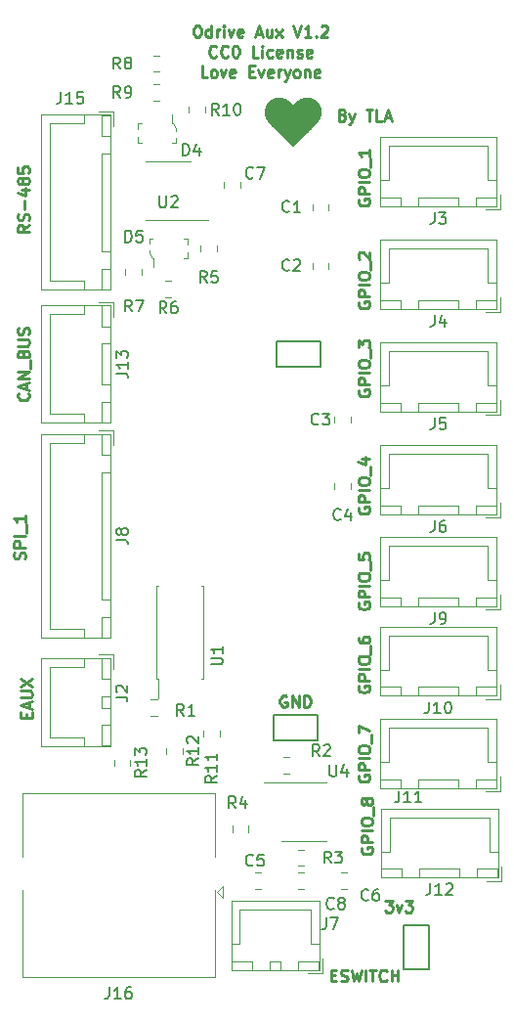
<source format=gbr>
G04 #@! TF.GenerationSoftware,KiCad,Pcbnew,5.1.6-c6e7f7d~86~ubuntu18.04.1*
G04 #@! TF.CreationDate,2020-06-04T18:49:23-07:00*
G04 #@! TF.ProjectId,odrive_aux_interface,6f647269-7665-45f6-9175-785f696e7465,rev?*
G04 #@! TF.SameCoordinates,Original*
G04 #@! TF.FileFunction,Legend,Top*
G04 #@! TF.FilePolarity,Positive*
%FSLAX46Y46*%
G04 Gerber Fmt 4.6, Leading zero omitted, Abs format (unit mm)*
G04 Created by KiCad (PCBNEW 5.1.6-c6e7f7d~86~ubuntu18.04.1) date 2020-06-04 18:49:23*
%MOMM*%
%LPD*%
G01*
G04 APERTURE LIST*
%ADD10C,0.250000*%
%ADD11C,0.120000*%
%ADD12C,0.150000*%
%ADD13C,0.100000*%
%ADD14C,0.254000*%
G04 APERTURE END LIST*
D10*
X147595238Y-171928571D02*
X147928571Y-171928571D01*
X148071428Y-172452380D02*
X147595238Y-172452380D01*
X147595238Y-171452380D01*
X148071428Y-171452380D01*
X148452380Y-172404761D02*
X148595238Y-172452380D01*
X148833333Y-172452380D01*
X148928571Y-172404761D01*
X148976190Y-172357142D01*
X149023809Y-172261904D01*
X149023809Y-172166666D01*
X148976190Y-172071428D01*
X148928571Y-172023809D01*
X148833333Y-171976190D01*
X148642857Y-171928571D01*
X148547619Y-171880952D01*
X148500000Y-171833333D01*
X148452380Y-171738095D01*
X148452380Y-171642857D01*
X148500000Y-171547619D01*
X148547619Y-171500000D01*
X148642857Y-171452380D01*
X148880952Y-171452380D01*
X149023809Y-171500000D01*
X149357142Y-171452380D02*
X149595238Y-172452380D01*
X149785714Y-171738095D01*
X149976190Y-172452380D01*
X150214285Y-171452380D01*
X150595238Y-172452380D02*
X150595238Y-171452380D01*
X150928571Y-171452380D02*
X151500000Y-171452380D01*
X151214285Y-172452380D02*
X151214285Y-171452380D01*
X152404761Y-172357142D02*
X152357142Y-172404761D01*
X152214285Y-172452380D01*
X152119047Y-172452380D01*
X151976190Y-172404761D01*
X151880952Y-172309523D01*
X151833333Y-172214285D01*
X151785714Y-172023809D01*
X151785714Y-171880952D01*
X151833333Y-171690476D01*
X151880952Y-171595238D01*
X151976190Y-171500000D01*
X152119047Y-171452380D01*
X152214285Y-171452380D01*
X152357142Y-171500000D01*
X152404761Y-171547619D01*
X152833333Y-172452380D02*
X152833333Y-171452380D01*
X152833333Y-171928571D02*
X153404761Y-171928571D01*
X153404761Y-172452380D02*
X153404761Y-171452380D01*
X121178571Y-149642857D02*
X121178571Y-149309523D01*
X121702380Y-149166666D02*
X121702380Y-149642857D01*
X120702380Y-149642857D01*
X120702380Y-149166666D01*
X121416666Y-148785714D02*
X121416666Y-148309523D01*
X121702380Y-148880952D02*
X120702380Y-148547619D01*
X121702380Y-148214285D01*
X120702380Y-147880952D02*
X121511904Y-147880952D01*
X121607142Y-147833333D01*
X121654761Y-147785714D01*
X121702380Y-147690476D01*
X121702380Y-147500000D01*
X121654761Y-147404761D01*
X121607142Y-147357142D01*
X121511904Y-147309523D01*
X120702380Y-147309523D01*
X120702380Y-146928571D02*
X121702380Y-146261904D01*
X120702380Y-146261904D02*
X121702380Y-146928571D01*
X143738095Y-147750000D02*
X143642857Y-147702380D01*
X143500000Y-147702380D01*
X143357142Y-147750000D01*
X143261904Y-147845238D01*
X143214285Y-147940476D01*
X143166666Y-148130952D01*
X143166666Y-148273809D01*
X143214285Y-148464285D01*
X143261904Y-148559523D01*
X143357142Y-148654761D01*
X143500000Y-148702380D01*
X143595238Y-148702380D01*
X143738095Y-148654761D01*
X143785714Y-148607142D01*
X143785714Y-148273809D01*
X143595238Y-148273809D01*
X144214285Y-148702380D02*
X144214285Y-147702380D01*
X144785714Y-148702380D01*
X144785714Y-147702380D01*
X145261904Y-148702380D02*
X145261904Y-147702380D01*
X145500000Y-147702380D01*
X145642857Y-147750000D01*
X145738095Y-147845238D01*
X145785714Y-147940476D01*
X145833333Y-148130952D01*
X145833333Y-148273809D01*
X145785714Y-148464285D01*
X145738095Y-148559523D01*
X145642857Y-148654761D01*
X145500000Y-148702380D01*
X145261904Y-148702380D01*
X150000000Y-154607142D02*
X149952380Y-154702380D01*
X149952380Y-154845238D01*
X150000000Y-154988095D01*
X150095238Y-155083333D01*
X150190476Y-155130952D01*
X150380952Y-155178571D01*
X150523809Y-155178571D01*
X150714285Y-155130952D01*
X150809523Y-155083333D01*
X150904761Y-154988095D01*
X150952380Y-154845238D01*
X150952380Y-154750000D01*
X150904761Y-154607142D01*
X150857142Y-154559523D01*
X150523809Y-154559523D01*
X150523809Y-154750000D01*
X150952380Y-154130952D02*
X149952380Y-154130952D01*
X149952380Y-153750000D01*
X150000000Y-153654761D01*
X150047619Y-153607142D01*
X150142857Y-153559523D01*
X150285714Y-153559523D01*
X150380952Y-153607142D01*
X150428571Y-153654761D01*
X150476190Y-153750000D01*
X150476190Y-154130952D01*
X150952380Y-153130952D02*
X149952380Y-153130952D01*
X149952380Y-152464285D02*
X149952380Y-152273809D01*
X150000000Y-152178571D01*
X150095238Y-152083333D01*
X150285714Y-152035714D01*
X150619047Y-152035714D01*
X150809523Y-152083333D01*
X150904761Y-152178571D01*
X150952380Y-152273809D01*
X150952380Y-152464285D01*
X150904761Y-152559523D01*
X150809523Y-152654761D01*
X150619047Y-152702380D01*
X150285714Y-152702380D01*
X150095238Y-152654761D01*
X150000000Y-152559523D01*
X149952380Y-152464285D01*
X151047619Y-151845238D02*
X151047619Y-151083333D01*
X149952380Y-150940476D02*
X149952380Y-150273809D01*
X150952380Y-150702380D01*
X148595238Y-97428571D02*
X148738095Y-97476190D01*
X148785714Y-97523809D01*
X148833333Y-97619047D01*
X148833333Y-97761904D01*
X148785714Y-97857142D01*
X148738095Y-97904761D01*
X148642857Y-97952380D01*
X148261904Y-97952380D01*
X148261904Y-96952380D01*
X148595238Y-96952380D01*
X148690476Y-97000000D01*
X148738095Y-97047619D01*
X148785714Y-97142857D01*
X148785714Y-97238095D01*
X148738095Y-97333333D01*
X148690476Y-97380952D01*
X148595238Y-97428571D01*
X148261904Y-97428571D01*
X149166666Y-97285714D02*
X149404761Y-97952380D01*
X149642857Y-97285714D02*
X149404761Y-97952380D01*
X149309523Y-98190476D01*
X149261904Y-98238095D01*
X149166666Y-98285714D01*
X150642857Y-96952380D02*
X151214285Y-96952380D01*
X150928571Y-97952380D02*
X150928571Y-96952380D01*
X152023809Y-97952380D02*
X151547619Y-97952380D01*
X151547619Y-96952380D01*
X152309523Y-97666666D02*
X152785714Y-97666666D01*
X152214285Y-97952380D02*
X152547619Y-96952380D01*
X152880952Y-97952380D01*
X135928571Y-89702380D02*
X136119047Y-89702380D01*
X136214285Y-89750000D01*
X136309523Y-89845238D01*
X136357142Y-90035714D01*
X136357142Y-90369047D01*
X136309523Y-90559523D01*
X136214285Y-90654761D01*
X136119047Y-90702380D01*
X135928571Y-90702380D01*
X135833333Y-90654761D01*
X135738095Y-90559523D01*
X135690476Y-90369047D01*
X135690476Y-90035714D01*
X135738095Y-89845238D01*
X135833333Y-89750000D01*
X135928571Y-89702380D01*
X137214285Y-90702380D02*
X137214285Y-89702380D01*
X137214285Y-90654761D02*
X137119047Y-90702380D01*
X136928571Y-90702380D01*
X136833333Y-90654761D01*
X136785714Y-90607142D01*
X136738095Y-90511904D01*
X136738095Y-90226190D01*
X136785714Y-90130952D01*
X136833333Y-90083333D01*
X136928571Y-90035714D01*
X137119047Y-90035714D01*
X137214285Y-90083333D01*
X137690476Y-90702380D02*
X137690476Y-90035714D01*
X137690476Y-90226190D02*
X137738095Y-90130952D01*
X137785714Y-90083333D01*
X137880952Y-90035714D01*
X137976190Y-90035714D01*
X138309523Y-90702380D02*
X138309523Y-90035714D01*
X138309523Y-89702380D02*
X138261904Y-89750000D01*
X138309523Y-89797619D01*
X138357142Y-89750000D01*
X138309523Y-89702380D01*
X138309523Y-89797619D01*
X138690476Y-90035714D02*
X138928571Y-90702380D01*
X139166666Y-90035714D01*
X139928571Y-90654761D02*
X139833333Y-90702380D01*
X139642857Y-90702380D01*
X139547619Y-90654761D01*
X139500000Y-90559523D01*
X139500000Y-90178571D01*
X139547619Y-90083333D01*
X139642857Y-90035714D01*
X139833333Y-90035714D01*
X139928571Y-90083333D01*
X139976190Y-90178571D01*
X139976190Y-90273809D01*
X139500000Y-90369047D01*
X141119047Y-90416666D02*
X141595238Y-90416666D01*
X141023809Y-90702380D02*
X141357142Y-89702380D01*
X141690476Y-90702380D01*
X142452380Y-90035714D02*
X142452380Y-90702380D01*
X142023809Y-90035714D02*
X142023809Y-90559523D01*
X142071428Y-90654761D01*
X142166666Y-90702380D01*
X142309523Y-90702380D01*
X142404761Y-90654761D01*
X142452380Y-90607142D01*
X142833333Y-90702380D02*
X143357142Y-90035714D01*
X142833333Y-90035714D02*
X143357142Y-90702380D01*
X144357142Y-89702380D02*
X144690476Y-90702380D01*
X145023809Y-89702380D01*
X145880952Y-90702380D02*
X145309523Y-90702380D01*
X145595238Y-90702380D02*
X145595238Y-89702380D01*
X145500000Y-89845238D01*
X145404761Y-89940476D01*
X145309523Y-89988095D01*
X146309523Y-90607142D02*
X146357142Y-90654761D01*
X146309523Y-90702380D01*
X146261904Y-90654761D01*
X146309523Y-90607142D01*
X146309523Y-90702380D01*
X146738095Y-89797619D02*
X146785714Y-89750000D01*
X146880952Y-89702380D01*
X147119047Y-89702380D01*
X147214285Y-89750000D01*
X147261904Y-89797619D01*
X147309523Y-89892857D01*
X147309523Y-89988095D01*
X147261904Y-90130952D01*
X146690476Y-90702380D01*
X147309523Y-90702380D01*
X137666666Y-92357142D02*
X137619047Y-92404761D01*
X137476190Y-92452380D01*
X137380952Y-92452380D01*
X137238095Y-92404761D01*
X137142857Y-92309523D01*
X137095238Y-92214285D01*
X137047619Y-92023809D01*
X137047619Y-91880952D01*
X137095238Y-91690476D01*
X137142857Y-91595238D01*
X137238095Y-91500000D01*
X137380952Y-91452380D01*
X137476190Y-91452380D01*
X137619047Y-91500000D01*
X137666666Y-91547619D01*
X138666666Y-92357142D02*
X138619047Y-92404761D01*
X138476190Y-92452380D01*
X138380952Y-92452380D01*
X138238095Y-92404761D01*
X138142857Y-92309523D01*
X138095238Y-92214285D01*
X138047619Y-92023809D01*
X138047619Y-91880952D01*
X138095238Y-91690476D01*
X138142857Y-91595238D01*
X138238095Y-91500000D01*
X138380952Y-91452380D01*
X138476190Y-91452380D01*
X138619047Y-91500000D01*
X138666666Y-91547619D01*
X139285714Y-91452380D02*
X139380952Y-91452380D01*
X139476190Y-91500000D01*
X139523809Y-91547619D01*
X139571428Y-91642857D01*
X139619047Y-91833333D01*
X139619047Y-92071428D01*
X139571428Y-92261904D01*
X139523809Y-92357142D01*
X139476190Y-92404761D01*
X139380952Y-92452380D01*
X139285714Y-92452380D01*
X139190476Y-92404761D01*
X139142857Y-92357142D01*
X139095238Y-92261904D01*
X139047619Y-92071428D01*
X139047619Y-91833333D01*
X139095238Y-91642857D01*
X139142857Y-91547619D01*
X139190476Y-91500000D01*
X139285714Y-91452380D01*
X141285714Y-92452380D02*
X140809523Y-92452380D01*
X140809523Y-91452380D01*
X141619047Y-92452380D02*
X141619047Y-91785714D01*
X141619047Y-91452380D02*
X141571428Y-91500000D01*
X141619047Y-91547619D01*
X141666666Y-91500000D01*
X141619047Y-91452380D01*
X141619047Y-91547619D01*
X142523809Y-92404761D02*
X142428571Y-92452380D01*
X142238095Y-92452380D01*
X142142857Y-92404761D01*
X142095238Y-92357142D01*
X142047619Y-92261904D01*
X142047619Y-91976190D01*
X142095238Y-91880952D01*
X142142857Y-91833333D01*
X142238095Y-91785714D01*
X142428571Y-91785714D01*
X142523809Y-91833333D01*
X143333333Y-92404761D02*
X143238095Y-92452380D01*
X143047619Y-92452380D01*
X142952380Y-92404761D01*
X142904761Y-92309523D01*
X142904761Y-91928571D01*
X142952380Y-91833333D01*
X143047619Y-91785714D01*
X143238095Y-91785714D01*
X143333333Y-91833333D01*
X143380952Y-91928571D01*
X143380952Y-92023809D01*
X142904761Y-92119047D01*
X143809523Y-91785714D02*
X143809523Y-92452380D01*
X143809523Y-91880952D02*
X143857142Y-91833333D01*
X143952380Y-91785714D01*
X144095238Y-91785714D01*
X144190476Y-91833333D01*
X144238095Y-91928571D01*
X144238095Y-92452380D01*
X144666666Y-92404761D02*
X144761904Y-92452380D01*
X144952380Y-92452380D01*
X145047619Y-92404761D01*
X145095238Y-92309523D01*
X145095238Y-92261904D01*
X145047619Y-92166666D01*
X144952380Y-92119047D01*
X144809523Y-92119047D01*
X144714285Y-92071428D01*
X144666666Y-91976190D01*
X144666666Y-91928571D01*
X144714285Y-91833333D01*
X144809523Y-91785714D01*
X144952380Y-91785714D01*
X145047619Y-91833333D01*
X145904761Y-92404761D02*
X145809523Y-92452380D01*
X145619047Y-92452380D01*
X145523809Y-92404761D01*
X145476190Y-92309523D01*
X145476190Y-91928571D01*
X145523809Y-91833333D01*
X145619047Y-91785714D01*
X145809523Y-91785714D01*
X145904761Y-91833333D01*
X145952380Y-91928571D01*
X145952380Y-92023809D01*
X145476190Y-92119047D01*
X136880952Y-94202380D02*
X136404761Y-94202380D01*
X136404761Y-93202380D01*
X137357142Y-94202380D02*
X137261904Y-94154761D01*
X137214285Y-94107142D01*
X137166666Y-94011904D01*
X137166666Y-93726190D01*
X137214285Y-93630952D01*
X137261904Y-93583333D01*
X137357142Y-93535714D01*
X137500000Y-93535714D01*
X137595238Y-93583333D01*
X137642857Y-93630952D01*
X137690476Y-93726190D01*
X137690476Y-94011904D01*
X137642857Y-94107142D01*
X137595238Y-94154761D01*
X137500000Y-94202380D01*
X137357142Y-94202380D01*
X138023809Y-93535714D02*
X138261904Y-94202380D01*
X138500000Y-93535714D01*
X139261904Y-94154761D02*
X139166666Y-94202380D01*
X138976190Y-94202380D01*
X138880952Y-94154761D01*
X138833333Y-94059523D01*
X138833333Y-93678571D01*
X138880952Y-93583333D01*
X138976190Y-93535714D01*
X139166666Y-93535714D01*
X139261904Y-93583333D01*
X139309523Y-93678571D01*
X139309523Y-93773809D01*
X138833333Y-93869047D01*
X140500000Y-93678571D02*
X140833333Y-93678571D01*
X140976190Y-94202380D02*
X140500000Y-94202380D01*
X140500000Y-93202380D01*
X140976190Y-93202380D01*
X141309523Y-93535714D02*
X141547619Y-94202380D01*
X141785714Y-93535714D01*
X142547619Y-94154761D02*
X142452380Y-94202380D01*
X142261904Y-94202380D01*
X142166666Y-94154761D01*
X142119047Y-94059523D01*
X142119047Y-93678571D01*
X142166666Y-93583333D01*
X142261904Y-93535714D01*
X142452380Y-93535714D01*
X142547619Y-93583333D01*
X142595238Y-93678571D01*
X142595238Y-93773809D01*
X142119047Y-93869047D01*
X143023809Y-94202380D02*
X143023809Y-93535714D01*
X143023809Y-93726190D02*
X143071428Y-93630952D01*
X143119047Y-93583333D01*
X143214285Y-93535714D01*
X143309523Y-93535714D01*
X143547619Y-93535714D02*
X143785714Y-94202380D01*
X144023809Y-93535714D02*
X143785714Y-94202380D01*
X143690476Y-94440476D01*
X143642857Y-94488095D01*
X143547619Y-94535714D01*
X144547619Y-94202380D02*
X144452380Y-94154761D01*
X144404761Y-94107142D01*
X144357142Y-94011904D01*
X144357142Y-93726190D01*
X144404761Y-93630952D01*
X144452380Y-93583333D01*
X144547619Y-93535714D01*
X144690476Y-93535714D01*
X144785714Y-93583333D01*
X144833333Y-93630952D01*
X144880952Y-93726190D01*
X144880952Y-94011904D01*
X144833333Y-94107142D01*
X144785714Y-94154761D01*
X144690476Y-94202380D01*
X144547619Y-94202380D01*
X145309523Y-93535714D02*
X145309523Y-94202380D01*
X145309523Y-93630952D02*
X145357142Y-93583333D01*
X145452380Y-93535714D01*
X145595238Y-93535714D01*
X145690476Y-93583333D01*
X145738095Y-93678571D01*
X145738095Y-94202380D01*
X146595238Y-94154761D02*
X146500000Y-94202380D01*
X146309523Y-94202380D01*
X146214285Y-94154761D01*
X146166666Y-94059523D01*
X146166666Y-93678571D01*
X146214285Y-93583333D01*
X146309523Y-93535714D01*
X146500000Y-93535714D01*
X146595238Y-93583333D01*
X146642857Y-93678571D01*
X146642857Y-93773809D01*
X146166666Y-93869047D01*
X121357142Y-121523809D02*
X121404761Y-121571428D01*
X121452380Y-121714285D01*
X121452380Y-121809523D01*
X121404761Y-121952380D01*
X121309523Y-122047619D01*
X121214285Y-122095238D01*
X121023809Y-122142857D01*
X120880952Y-122142857D01*
X120690476Y-122095238D01*
X120595238Y-122047619D01*
X120500000Y-121952380D01*
X120452380Y-121809523D01*
X120452380Y-121714285D01*
X120500000Y-121571428D01*
X120547619Y-121523809D01*
X121166666Y-121142857D02*
X121166666Y-120666666D01*
X121452380Y-121238095D02*
X120452380Y-120904761D01*
X121452380Y-120571428D01*
X121452380Y-120238095D02*
X120452380Y-120238095D01*
X121452380Y-119666666D01*
X120452380Y-119666666D01*
X121547619Y-119428571D02*
X121547619Y-118666666D01*
X120928571Y-118095238D02*
X120976190Y-117952380D01*
X121023809Y-117904761D01*
X121119047Y-117857142D01*
X121261904Y-117857142D01*
X121357142Y-117904761D01*
X121404761Y-117952380D01*
X121452380Y-118047619D01*
X121452380Y-118428571D01*
X120452380Y-118428571D01*
X120452380Y-118095238D01*
X120500000Y-118000000D01*
X120547619Y-117952380D01*
X120642857Y-117904761D01*
X120738095Y-117904761D01*
X120833333Y-117952380D01*
X120880952Y-118000000D01*
X120928571Y-118095238D01*
X120928571Y-118428571D01*
X120452380Y-117428571D02*
X121261904Y-117428571D01*
X121357142Y-117380952D01*
X121404761Y-117333333D01*
X121452380Y-117238095D01*
X121452380Y-117047619D01*
X121404761Y-116952380D01*
X121357142Y-116904761D01*
X121261904Y-116857142D01*
X120452380Y-116857142D01*
X121404761Y-116428571D02*
X121452380Y-116285714D01*
X121452380Y-116047619D01*
X121404761Y-115952380D01*
X121357142Y-115904761D01*
X121261904Y-115857142D01*
X121166666Y-115857142D01*
X121071428Y-115904761D01*
X121023809Y-115952380D01*
X120976190Y-116047619D01*
X120928571Y-116238095D01*
X120880952Y-116333333D01*
X120833333Y-116380952D01*
X120738095Y-116428571D01*
X120642857Y-116428571D01*
X120547619Y-116380952D01*
X120500000Y-116333333D01*
X120452380Y-116238095D01*
X120452380Y-116000000D01*
X120500000Y-115857142D01*
X121452380Y-106964285D02*
X120976190Y-107297619D01*
X121452380Y-107535714D02*
X120452380Y-107535714D01*
X120452380Y-107154761D01*
X120500000Y-107059523D01*
X120547619Y-107011904D01*
X120642857Y-106964285D01*
X120785714Y-106964285D01*
X120880952Y-107011904D01*
X120928571Y-107059523D01*
X120976190Y-107154761D01*
X120976190Y-107535714D01*
X121404761Y-106583333D02*
X121452380Y-106440476D01*
X121452380Y-106202380D01*
X121404761Y-106107142D01*
X121357142Y-106059523D01*
X121261904Y-106011904D01*
X121166666Y-106011904D01*
X121071428Y-106059523D01*
X121023809Y-106107142D01*
X120976190Y-106202380D01*
X120928571Y-106392857D01*
X120880952Y-106488095D01*
X120833333Y-106535714D01*
X120738095Y-106583333D01*
X120642857Y-106583333D01*
X120547619Y-106535714D01*
X120500000Y-106488095D01*
X120452380Y-106392857D01*
X120452380Y-106154761D01*
X120500000Y-106011904D01*
X121071428Y-105583333D02*
X121071428Y-104821428D01*
X120785714Y-103916666D02*
X121452380Y-103916666D01*
X120404761Y-104154761D02*
X121119047Y-104392857D01*
X121119047Y-103773809D01*
X120880952Y-103250000D02*
X120833333Y-103345238D01*
X120785714Y-103392857D01*
X120690476Y-103440476D01*
X120642857Y-103440476D01*
X120547619Y-103392857D01*
X120500000Y-103345238D01*
X120452380Y-103250000D01*
X120452380Y-103059523D01*
X120500000Y-102964285D01*
X120547619Y-102916666D01*
X120642857Y-102869047D01*
X120690476Y-102869047D01*
X120785714Y-102916666D01*
X120833333Y-102964285D01*
X120880952Y-103059523D01*
X120880952Y-103250000D01*
X120928571Y-103345238D01*
X120976190Y-103392857D01*
X121071428Y-103440476D01*
X121261904Y-103440476D01*
X121357142Y-103392857D01*
X121404761Y-103345238D01*
X121452380Y-103250000D01*
X121452380Y-103059523D01*
X121404761Y-102964285D01*
X121357142Y-102916666D01*
X121261904Y-102869047D01*
X121071428Y-102869047D01*
X120976190Y-102916666D01*
X120928571Y-102964285D01*
X120880952Y-103059523D01*
X120452380Y-101964285D02*
X120452380Y-102440476D01*
X120928571Y-102488095D01*
X120880952Y-102440476D01*
X120833333Y-102345238D01*
X120833333Y-102107142D01*
X120880952Y-102011904D01*
X120928571Y-101964285D01*
X121023809Y-101916666D01*
X121261904Y-101916666D01*
X121357142Y-101964285D01*
X121404761Y-102011904D01*
X121452380Y-102107142D01*
X121452380Y-102345238D01*
X121404761Y-102440476D01*
X121357142Y-102488095D01*
X121054761Y-135865952D02*
X121102380Y-135723095D01*
X121102380Y-135485000D01*
X121054761Y-135389761D01*
X121007142Y-135342142D01*
X120911904Y-135294523D01*
X120816666Y-135294523D01*
X120721428Y-135342142D01*
X120673809Y-135389761D01*
X120626190Y-135485000D01*
X120578571Y-135675476D01*
X120530952Y-135770714D01*
X120483333Y-135818333D01*
X120388095Y-135865952D01*
X120292857Y-135865952D01*
X120197619Y-135818333D01*
X120150000Y-135770714D01*
X120102380Y-135675476D01*
X120102380Y-135437380D01*
X120150000Y-135294523D01*
X121102380Y-134865952D02*
X120102380Y-134865952D01*
X120102380Y-134485000D01*
X120150000Y-134389761D01*
X120197619Y-134342142D01*
X120292857Y-134294523D01*
X120435714Y-134294523D01*
X120530952Y-134342142D01*
X120578571Y-134389761D01*
X120626190Y-134485000D01*
X120626190Y-134865952D01*
X121102380Y-133865952D02*
X120102380Y-133865952D01*
X121197619Y-133627857D02*
X121197619Y-132865952D01*
X121102380Y-132104047D02*
X121102380Y-132675476D01*
X121102380Y-132389761D02*
X120102380Y-132389761D01*
X120245238Y-132485000D01*
X120340476Y-132580238D01*
X120388095Y-132675476D01*
X150250000Y-160857142D02*
X150202380Y-160952380D01*
X150202380Y-161095238D01*
X150250000Y-161238095D01*
X150345238Y-161333333D01*
X150440476Y-161380952D01*
X150630952Y-161428571D01*
X150773809Y-161428571D01*
X150964285Y-161380952D01*
X151059523Y-161333333D01*
X151154761Y-161238095D01*
X151202380Y-161095238D01*
X151202380Y-161000000D01*
X151154761Y-160857142D01*
X151107142Y-160809523D01*
X150773809Y-160809523D01*
X150773809Y-161000000D01*
X151202380Y-160380952D02*
X150202380Y-160380952D01*
X150202380Y-160000000D01*
X150250000Y-159904761D01*
X150297619Y-159857142D01*
X150392857Y-159809523D01*
X150535714Y-159809523D01*
X150630952Y-159857142D01*
X150678571Y-159904761D01*
X150726190Y-160000000D01*
X150726190Y-160380952D01*
X151202380Y-159380952D02*
X150202380Y-159380952D01*
X150202380Y-158714285D02*
X150202380Y-158523809D01*
X150250000Y-158428571D01*
X150345238Y-158333333D01*
X150535714Y-158285714D01*
X150869047Y-158285714D01*
X151059523Y-158333333D01*
X151154761Y-158428571D01*
X151202380Y-158523809D01*
X151202380Y-158714285D01*
X151154761Y-158809523D01*
X151059523Y-158904761D01*
X150869047Y-158952380D01*
X150535714Y-158952380D01*
X150345238Y-158904761D01*
X150250000Y-158809523D01*
X150202380Y-158714285D01*
X151297619Y-158095238D02*
X151297619Y-157333333D01*
X150630952Y-156952380D02*
X150583333Y-157047619D01*
X150535714Y-157095238D01*
X150440476Y-157142857D01*
X150392857Y-157142857D01*
X150297619Y-157095238D01*
X150250000Y-157047619D01*
X150202380Y-156952380D01*
X150202380Y-156761904D01*
X150250000Y-156666666D01*
X150297619Y-156619047D01*
X150392857Y-156571428D01*
X150440476Y-156571428D01*
X150535714Y-156619047D01*
X150583333Y-156666666D01*
X150630952Y-156761904D01*
X150630952Y-156952380D01*
X150678571Y-157047619D01*
X150726190Y-157095238D01*
X150821428Y-157142857D01*
X151011904Y-157142857D01*
X151107142Y-157095238D01*
X151154761Y-157047619D01*
X151202380Y-156952380D01*
X151202380Y-156761904D01*
X151154761Y-156666666D01*
X151107142Y-156619047D01*
X151011904Y-156571428D01*
X150821428Y-156571428D01*
X150726190Y-156619047D01*
X150678571Y-156666666D01*
X150630952Y-156761904D01*
X149995000Y-146857142D02*
X149947380Y-146952380D01*
X149947380Y-147095238D01*
X149995000Y-147238095D01*
X150090238Y-147333333D01*
X150185476Y-147380952D01*
X150375952Y-147428571D01*
X150518809Y-147428571D01*
X150709285Y-147380952D01*
X150804523Y-147333333D01*
X150899761Y-147238095D01*
X150947380Y-147095238D01*
X150947380Y-147000000D01*
X150899761Y-146857142D01*
X150852142Y-146809523D01*
X150518809Y-146809523D01*
X150518809Y-147000000D01*
X150947380Y-146380952D02*
X149947380Y-146380952D01*
X149947380Y-146000000D01*
X149995000Y-145904761D01*
X150042619Y-145857142D01*
X150137857Y-145809523D01*
X150280714Y-145809523D01*
X150375952Y-145857142D01*
X150423571Y-145904761D01*
X150471190Y-146000000D01*
X150471190Y-146380952D01*
X150947380Y-145380952D02*
X149947380Y-145380952D01*
X149947380Y-144714285D02*
X149947380Y-144523809D01*
X149995000Y-144428571D01*
X150090238Y-144333333D01*
X150280714Y-144285714D01*
X150614047Y-144285714D01*
X150804523Y-144333333D01*
X150899761Y-144428571D01*
X150947380Y-144523809D01*
X150947380Y-144714285D01*
X150899761Y-144809523D01*
X150804523Y-144904761D01*
X150614047Y-144952380D01*
X150280714Y-144952380D01*
X150090238Y-144904761D01*
X149995000Y-144809523D01*
X149947380Y-144714285D01*
X151042619Y-144095238D02*
X151042619Y-143333333D01*
X149947380Y-142666666D02*
X149947380Y-142857142D01*
X149995000Y-142952380D01*
X150042619Y-143000000D01*
X150185476Y-143095238D01*
X150375952Y-143142857D01*
X150756904Y-143142857D01*
X150852142Y-143095238D01*
X150899761Y-143047619D01*
X150947380Y-142952380D01*
X150947380Y-142761904D01*
X150899761Y-142666666D01*
X150852142Y-142619047D01*
X150756904Y-142571428D01*
X150518809Y-142571428D01*
X150423571Y-142619047D01*
X150375952Y-142666666D01*
X150328333Y-142761904D01*
X150328333Y-142952380D01*
X150375952Y-143047619D01*
X150423571Y-143095238D01*
X150518809Y-143142857D01*
X149995000Y-139652142D02*
X149947380Y-139747380D01*
X149947380Y-139890238D01*
X149995000Y-140033095D01*
X150090238Y-140128333D01*
X150185476Y-140175952D01*
X150375952Y-140223571D01*
X150518809Y-140223571D01*
X150709285Y-140175952D01*
X150804523Y-140128333D01*
X150899761Y-140033095D01*
X150947380Y-139890238D01*
X150947380Y-139795000D01*
X150899761Y-139652142D01*
X150852142Y-139604523D01*
X150518809Y-139604523D01*
X150518809Y-139795000D01*
X150947380Y-139175952D02*
X149947380Y-139175952D01*
X149947380Y-138795000D01*
X149995000Y-138699761D01*
X150042619Y-138652142D01*
X150137857Y-138604523D01*
X150280714Y-138604523D01*
X150375952Y-138652142D01*
X150423571Y-138699761D01*
X150471190Y-138795000D01*
X150471190Y-139175952D01*
X150947380Y-138175952D02*
X149947380Y-138175952D01*
X149947380Y-137509285D02*
X149947380Y-137318809D01*
X149995000Y-137223571D01*
X150090238Y-137128333D01*
X150280714Y-137080714D01*
X150614047Y-137080714D01*
X150804523Y-137128333D01*
X150899761Y-137223571D01*
X150947380Y-137318809D01*
X150947380Y-137509285D01*
X150899761Y-137604523D01*
X150804523Y-137699761D01*
X150614047Y-137747380D01*
X150280714Y-137747380D01*
X150090238Y-137699761D01*
X149995000Y-137604523D01*
X149947380Y-137509285D01*
X151042619Y-136890238D02*
X151042619Y-136128333D01*
X149947380Y-135414047D02*
X149947380Y-135890238D01*
X150423571Y-135937857D01*
X150375952Y-135890238D01*
X150328333Y-135795000D01*
X150328333Y-135556904D01*
X150375952Y-135461666D01*
X150423571Y-135414047D01*
X150518809Y-135366428D01*
X150756904Y-135366428D01*
X150852142Y-135414047D01*
X150899761Y-135461666D01*
X150947380Y-135556904D01*
X150947380Y-135795000D01*
X150899761Y-135890238D01*
X150852142Y-135937857D01*
X149995000Y-131397142D02*
X149947380Y-131492380D01*
X149947380Y-131635238D01*
X149995000Y-131778095D01*
X150090238Y-131873333D01*
X150185476Y-131920952D01*
X150375952Y-131968571D01*
X150518809Y-131968571D01*
X150709285Y-131920952D01*
X150804523Y-131873333D01*
X150899761Y-131778095D01*
X150947380Y-131635238D01*
X150947380Y-131540000D01*
X150899761Y-131397142D01*
X150852142Y-131349523D01*
X150518809Y-131349523D01*
X150518809Y-131540000D01*
X150947380Y-130920952D02*
X149947380Y-130920952D01*
X149947380Y-130540000D01*
X149995000Y-130444761D01*
X150042619Y-130397142D01*
X150137857Y-130349523D01*
X150280714Y-130349523D01*
X150375952Y-130397142D01*
X150423571Y-130444761D01*
X150471190Y-130540000D01*
X150471190Y-130920952D01*
X150947380Y-129920952D02*
X149947380Y-129920952D01*
X149947380Y-129254285D02*
X149947380Y-129063809D01*
X149995000Y-128968571D01*
X150090238Y-128873333D01*
X150280714Y-128825714D01*
X150614047Y-128825714D01*
X150804523Y-128873333D01*
X150899761Y-128968571D01*
X150947380Y-129063809D01*
X150947380Y-129254285D01*
X150899761Y-129349523D01*
X150804523Y-129444761D01*
X150614047Y-129492380D01*
X150280714Y-129492380D01*
X150090238Y-129444761D01*
X149995000Y-129349523D01*
X149947380Y-129254285D01*
X151042619Y-128635238D02*
X151042619Y-127873333D01*
X150280714Y-127206666D02*
X150947380Y-127206666D01*
X149899761Y-127444761D02*
X150614047Y-127682857D01*
X150614047Y-127063809D01*
X149995000Y-121237142D02*
X149947380Y-121332380D01*
X149947380Y-121475238D01*
X149995000Y-121618095D01*
X150090238Y-121713333D01*
X150185476Y-121760952D01*
X150375952Y-121808571D01*
X150518809Y-121808571D01*
X150709285Y-121760952D01*
X150804523Y-121713333D01*
X150899761Y-121618095D01*
X150947380Y-121475238D01*
X150947380Y-121380000D01*
X150899761Y-121237142D01*
X150852142Y-121189523D01*
X150518809Y-121189523D01*
X150518809Y-121380000D01*
X150947380Y-120760952D02*
X149947380Y-120760952D01*
X149947380Y-120380000D01*
X149995000Y-120284761D01*
X150042619Y-120237142D01*
X150137857Y-120189523D01*
X150280714Y-120189523D01*
X150375952Y-120237142D01*
X150423571Y-120284761D01*
X150471190Y-120380000D01*
X150471190Y-120760952D01*
X150947380Y-119760952D02*
X149947380Y-119760952D01*
X149947380Y-119094285D02*
X149947380Y-118903809D01*
X149995000Y-118808571D01*
X150090238Y-118713333D01*
X150280714Y-118665714D01*
X150614047Y-118665714D01*
X150804523Y-118713333D01*
X150899761Y-118808571D01*
X150947380Y-118903809D01*
X150947380Y-119094285D01*
X150899761Y-119189523D01*
X150804523Y-119284761D01*
X150614047Y-119332380D01*
X150280714Y-119332380D01*
X150090238Y-119284761D01*
X149995000Y-119189523D01*
X149947380Y-119094285D01*
X151042619Y-118475238D02*
X151042619Y-117713333D01*
X149947380Y-117570476D02*
X149947380Y-116951428D01*
X150328333Y-117284761D01*
X150328333Y-117141904D01*
X150375952Y-117046666D01*
X150423571Y-116999047D01*
X150518809Y-116951428D01*
X150756904Y-116951428D01*
X150852142Y-116999047D01*
X150899761Y-117046666D01*
X150947380Y-117141904D01*
X150947380Y-117427619D01*
X150899761Y-117522857D01*
X150852142Y-117570476D01*
X149995000Y-113617142D02*
X149947380Y-113712380D01*
X149947380Y-113855238D01*
X149995000Y-113998095D01*
X150090238Y-114093333D01*
X150185476Y-114140952D01*
X150375952Y-114188571D01*
X150518809Y-114188571D01*
X150709285Y-114140952D01*
X150804523Y-114093333D01*
X150899761Y-113998095D01*
X150947380Y-113855238D01*
X150947380Y-113760000D01*
X150899761Y-113617142D01*
X150852142Y-113569523D01*
X150518809Y-113569523D01*
X150518809Y-113760000D01*
X150947380Y-113140952D02*
X149947380Y-113140952D01*
X149947380Y-112760000D01*
X149995000Y-112664761D01*
X150042619Y-112617142D01*
X150137857Y-112569523D01*
X150280714Y-112569523D01*
X150375952Y-112617142D01*
X150423571Y-112664761D01*
X150471190Y-112760000D01*
X150471190Y-113140952D01*
X150947380Y-112140952D02*
X149947380Y-112140952D01*
X149947380Y-111474285D02*
X149947380Y-111283809D01*
X149995000Y-111188571D01*
X150090238Y-111093333D01*
X150280714Y-111045714D01*
X150614047Y-111045714D01*
X150804523Y-111093333D01*
X150899761Y-111188571D01*
X150947380Y-111283809D01*
X150947380Y-111474285D01*
X150899761Y-111569523D01*
X150804523Y-111664761D01*
X150614047Y-111712380D01*
X150280714Y-111712380D01*
X150090238Y-111664761D01*
X149995000Y-111569523D01*
X149947380Y-111474285D01*
X151042619Y-110855238D02*
X151042619Y-110093333D01*
X150042619Y-109902857D02*
X149995000Y-109855238D01*
X149947380Y-109760000D01*
X149947380Y-109521904D01*
X149995000Y-109426666D01*
X150042619Y-109379047D01*
X150137857Y-109331428D01*
X150233095Y-109331428D01*
X150375952Y-109379047D01*
X150947380Y-109950476D01*
X150947380Y-109331428D01*
X149995000Y-104727142D02*
X149947380Y-104822380D01*
X149947380Y-104965238D01*
X149995000Y-105108095D01*
X150090238Y-105203333D01*
X150185476Y-105250952D01*
X150375952Y-105298571D01*
X150518809Y-105298571D01*
X150709285Y-105250952D01*
X150804523Y-105203333D01*
X150899761Y-105108095D01*
X150947380Y-104965238D01*
X150947380Y-104870000D01*
X150899761Y-104727142D01*
X150852142Y-104679523D01*
X150518809Y-104679523D01*
X150518809Y-104870000D01*
X150947380Y-104250952D02*
X149947380Y-104250952D01*
X149947380Y-103870000D01*
X149995000Y-103774761D01*
X150042619Y-103727142D01*
X150137857Y-103679523D01*
X150280714Y-103679523D01*
X150375952Y-103727142D01*
X150423571Y-103774761D01*
X150471190Y-103870000D01*
X150471190Y-104250952D01*
X150947380Y-103250952D02*
X149947380Y-103250952D01*
X149947380Y-102584285D02*
X149947380Y-102393809D01*
X149995000Y-102298571D01*
X150090238Y-102203333D01*
X150280714Y-102155714D01*
X150614047Y-102155714D01*
X150804523Y-102203333D01*
X150899761Y-102298571D01*
X150947380Y-102393809D01*
X150947380Y-102584285D01*
X150899761Y-102679523D01*
X150804523Y-102774761D01*
X150614047Y-102822380D01*
X150280714Y-102822380D01*
X150090238Y-102774761D01*
X149995000Y-102679523D01*
X149947380Y-102584285D01*
X151042619Y-101965238D02*
X151042619Y-101203333D01*
X150947380Y-100441428D02*
X150947380Y-101012857D01*
X150947380Y-100727142D02*
X149947380Y-100727142D01*
X150090238Y-100822380D01*
X150185476Y-100917619D01*
X150233095Y-101012857D01*
X152309523Y-165452380D02*
X152928571Y-165452380D01*
X152595238Y-165833333D01*
X152738095Y-165833333D01*
X152833333Y-165880952D01*
X152880952Y-165928571D01*
X152928571Y-166023809D01*
X152928571Y-166261904D01*
X152880952Y-166357142D01*
X152833333Y-166404761D01*
X152738095Y-166452380D01*
X152452380Y-166452380D01*
X152357142Y-166404761D01*
X152309523Y-166357142D01*
X153261904Y-165785714D02*
X153500000Y-166452380D01*
X153738095Y-165785714D01*
X154023809Y-165452380D02*
X154642857Y-165452380D01*
X154309523Y-165833333D01*
X154452380Y-165833333D01*
X154547619Y-165880952D01*
X154595238Y-165928571D01*
X154642857Y-166023809D01*
X154642857Y-166261904D01*
X154595238Y-166357142D01*
X154547619Y-166404761D01*
X154452380Y-166452380D01*
X154166666Y-166452380D01*
X154071428Y-166404761D01*
X154023809Y-166357142D01*
D11*
X144741422Y-161040000D02*
X145258578Y-161040000D01*
X144741422Y-162460000D02*
X145258578Y-162460000D01*
X144008578Y-153040000D02*
X143491422Y-153040000D01*
X144008578Y-154460000D02*
X143491422Y-154460000D01*
X137960000Y-150741422D02*
X137960000Y-151258578D01*
X136540000Y-150741422D02*
X136540000Y-151258578D01*
X131991422Y-149460000D02*
X132508578Y-149460000D01*
X131991422Y-148040000D02*
X132508578Y-148040000D01*
X145250000Y-160310000D02*
X147200000Y-160310000D01*
X145250000Y-160310000D02*
X143300000Y-160310000D01*
X145250000Y-155190000D02*
X147200000Y-155190000D01*
X145250000Y-155190000D02*
X141800000Y-155190000D01*
D12*
X142600000Y-149400000D02*
X146400000Y-149400000D01*
X146400000Y-149400000D02*
X146400000Y-151600000D01*
X146400000Y-151600000D02*
X142600000Y-151600000D01*
X142600000Y-151600000D02*
X142600000Y-149400000D01*
D11*
X149008578Y-164460000D02*
X148491422Y-164460000D01*
X149008578Y-163040000D02*
X148491422Y-163040000D01*
X140991422Y-163040000D02*
X141508578Y-163040000D01*
X140991422Y-164460000D02*
X141508578Y-164460000D01*
X145258578Y-163040000D02*
X144741422Y-163040000D01*
X145258578Y-164460000D02*
X144741422Y-164460000D01*
X146560000Y-171460000D02*
X146560000Y-165490000D01*
X146560000Y-165490000D02*
X138940000Y-165490000D01*
X138940000Y-165490000D02*
X138940000Y-171460000D01*
X138940000Y-171460000D02*
X146560000Y-171460000D01*
X143250000Y-171450000D02*
X143250000Y-170700000D01*
X143250000Y-170700000D02*
X142250000Y-170700000D01*
X142250000Y-170700000D02*
X142250000Y-171450000D01*
X142250000Y-171450000D02*
X143250000Y-171450000D01*
X146550000Y-171450000D02*
X146550000Y-170700000D01*
X146550000Y-170700000D02*
X144750000Y-170700000D01*
X144750000Y-170700000D02*
X144750000Y-171450000D01*
X144750000Y-171450000D02*
X146550000Y-171450000D01*
X140750000Y-171450000D02*
X140750000Y-170700000D01*
X140750000Y-170700000D02*
X138950000Y-170700000D01*
X138950000Y-170700000D02*
X138950000Y-171450000D01*
X138950000Y-171450000D02*
X140750000Y-171450000D01*
X146550000Y-169200000D02*
X145800000Y-169200000D01*
X145800000Y-169200000D02*
X145800000Y-166250000D01*
X145800000Y-166250000D02*
X142750000Y-166250000D01*
X138950000Y-169200000D02*
X139700000Y-169200000D01*
X139700000Y-169200000D02*
X139700000Y-166250000D01*
X139700000Y-166250000D02*
X142750000Y-166250000D01*
X145600000Y-171750000D02*
X146850000Y-171750000D01*
X146850000Y-171750000D02*
X146850000Y-170500000D01*
X140460000Y-159508578D02*
X140460000Y-158991422D01*
X139040000Y-159508578D02*
X139040000Y-158991422D01*
X132500000Y-138250000D02*
X132650000Y-138250000D01*
X132500000Y-146250000D02*
X132500000Y-138250000D01*
X132650000Y-146250000D02*
X132500000Y-146250000D01*
X136500000Y-146250000D02*
X136350000Y-146250000D01*
X136500000Y-138250000D02*
X136500000Y-146250000D01*
X136350000Y-138250000D02*
X136500000Y-138250000D01*
X132650000Y-146250000D02*
X132650000Y-147950000D01*
X145975000Y-105151422D02*
X145975000Y-105668578D01*
X147395000Y-105151422D02*
X147395000Y-105668578D01*
X145975000Y-110748578D02*
X145975000Y-110231422D01*
X147395000Y-110748578D02*
X147395000Y-110231422D01*
X149300000Y-123566422D02*
X149300000Y-124083578D01*
X147880000Y-123566422D02*
X147880000Y-124083578D01*
X149300000Y-129798578D02*
X149300000Y-129281422D01*
X147880000Y-129798578D02*
X147880000Y-129281422D01*
D12*
X156100000Y-171400000D02*
X153900000Y-171400000D01*
X156100000Y-167600000D02*
X156100000Y-171400000D01*
X153900000Y-167600000D02*
X156100000Y-167600000D01*
X153900000Y-171400000D02*
X153900000Y-167600000D01*
X142880000Y-119210000D02*
X142880000Y-117010000D01*
X146680000Y-119210000D02*
X142880000Y-119210000D01*
X146680000Y-117010000D02*
X146680000Y-119210000D01*
X142880000Y-117010000D02*
X146680000Y-117010000D01*
D11*
X162235000Y-105620000D02*
X162235000Y-104370000D01*
X160985000Y-105620000D02*
X162235000Y-105620000D01*
X152585000Y-100120000D02*
X156885000Y-100120000D01*
X152585000Y-103070000D02*
X152585000Y-100120000D01*
X151835000Y-103070000D02*
X152585000Y-103070000D01*
X161185000Y-100120000D02*
X156885000Y-100120000D01*
X161185000Y-103070000D02*
X161185000Y-100120000D01*
X161935000Y-103070000D02*
X161185000Y-103070000D01*
X151835000Y-105320000D02*
X153635000Y-105320000D01*
X151835000Y-104570000D02*
X151835000Y-105320000D01*
X153635000Y-104570000D02*
X151835000Y-104570000D01*
X153635000Y-105320000D02*
X153635000Y-104570000D01*
X160135000Y-105320000D02*
X161935000Y-105320000D01*
X160135000Y-104570000D02*
X160135000Y-105320000D01*
X161935000Y-104570000D02*
X160135000Y-104570000D01*
X161935000Y-105320000D02*
X161935000Y-104570000D01*
X155135000Y-105320000D02*
X158635000Y-105320000D01*
X155135000Y-104570000D02*
X155135000Y-105320000D01*
X158635000Y-104570000D02*
X155135000Y-104570000D01*
X158635000Y-105320000D02*
X158635000Y-104570000D01*
X151825000Y-105330000D02*
X161945000Y-105330000D01*
X151825000Y-99360000D02*
X151825000Y-105330000D01*
X161945000Y-99360000D02*
X151825000Y-99360000D01*
X161945000Y-105330000D02*
X161945000Y-99360000D01*
X161945000Y-114220000D02*
X161945000Y-108250000D01*
X161945000Y-108250000D02*
X151825000Y-108250000D01*
X151825000Y-108250000D02*
X151825000Y-114220000D01*
X151825000Y-114220000D02*
X161945000Y-114220000D01*
X158635000Y-114210000D02*
X158635000Y-113460000D01*
X158635000Y-113460000D02*
X155135000Y-113460000D01*
X155135000Y-113460000D02*
X155135000Y-114210000D01*
X155135000Y-114210000D02*
X158635000Y-114210000D01*
X161935000Y-114210000D02*
X161935000Y-113460000D01*
X161935000Y-113460000D02*
X160135000Y-113460000D01*
X160135000Y-113460000D02*
X160135000Y-114210000D01*
X160135000Y-114210000D02*
X161935000Y-114210000D01*
X153635000Y-114210000D02*
X153635000Y-113460000D01*
X153635000Y-113460000D02*
X151835000Y-113460000D01*
X151835000Y-113460000D02*
X151835000Y-114210000D01*
X151835000Y-114210000D02*
X153635000Y-114210000D01*
X161935000Y-111960000D02*
X161185000Y-111960000D01*
X161185000Y-111960000D02*
X161185000Y-109010000D01*
X161185000Y-109010000D02*
X156885000Y-109010000D01*
X151835000Y-111960000D02*
X152585000Y-111960000D01*
X152585000Y-111960000D02*
X152585000Y-109010000D01*
X152585000Y-109010000D02*
X156885000Y-109010000D01*
X160985000Y-114510000D02*
X162235000Y-114510000D01*
X162235000Y-114510000D02*
X162235000Y-113260000D01*
X162235000Y-123400000D02*
X162235000Y-122150000D01*
X160985000Y-123400000D02*
X162235000Y-123400000D01*
X152585000Y-117900000D02*
X156885000Y-117900000D01*
X152585000Y-120850000D02*
X152585000Y-117900000D01*
X151835000Y-120850000D02*
X152585000Y-120850000D01*
X161185000Y-117900000D02*
X156885000Y-117900000D01*
X161185000Y-120850000D02*
X161185000Y-117900000D01*
X161935000Y-120850000D02*
X161185000Y-120850000D01*
X151835000Y-123100000D02*
X153635000Y-123100000D01*
X151835000Y-122350000D02*
X151835000Y-123100000D01*
X153635000Y-122350000D02*
X151835000Y-122350000D01*
X153635000Y-123100000D02*
X153635000Y-122350000D01*
X160135000Y-123100000D02*
X161935000Y-123100000D01*
X160135000Y-122350000D02*
X160135000Y-123100000D01*
X161935000Y-122350000D02*
X160135000Y-122350000D01*
X161935000Y-123100000D02*
X161935000Y-122350000D01*
X155135000Y-123100000D02*
X158635000Y-123100000D01*
X155135000Y-122350000D02*
X155135000Y-123100000D01*
X158635000Y-122350000D02*
X155135000Y-122350000D01*
X158635000Y-123100000D02*
X158635000Y-122350000D01*
X151825000Y-123110000D02*
X161945000Y-123110000D01*
X151825000Y-117140000D02*
X151825000Y-123110000D01*
X161945000Y-117140000D02*
X151825000Y-117140000D01*
X161945000Y-123110000D02*
X161945000Y-117140000D01*
X161945000Y-132000000D02*
X161945000Y-126030000D01*
X161945000Y-126030000D02*
X151825000Y-126030000D01*
X151825000Y-126030000D02*
X151825000Y-132000000D01*
X151825000Y-132000000D02*
X161945000Y-132000000D01*
X158635000Y-131990000D02*
X158635000Y-131240000D01*
X158635000Y-131240000D02*
X155135000Y-131240000D01*
X155135000Y-131240000D02*
X155135000Y-131990000D01*
X155135000Y-131990000D02*
X158635000Y-131990000D01*
X161935000Y-131990000D02*
X161935000Y-131240000D01*
X161935000Y-131240000D02*
X160135000Y-131240000D01*
X160135000Y-131240000D02*
X160135000Y-131990000D01*
X160135000Y-131990000D02*
X161935000Y-131990000D01*
X153635000Y-131990000D02*
X153635000Y-131240000D01*
X153635000Y-131240000D02*
X151835000Y-131240000D01*
X151835000Y-131240000D02*
X151835000Y-131990000D01*
X151835000Y-131990000D02*
X153635000Y-131990000D01*
X161935000Y-129740000D02*
X161185000Y-129740000D01*
X161185000Y-129740000D02*
X161185000Y-126790000D01*
X161185000Y-126790000D02*
X156885000Y-126790000D01*
X151835000Y-129740000D02*
X152585000Y-129740000D01*
X152585000Y-129740000D02*
X152585000Y-126790000D01*
X152585000Y-126790000D02*
X156885000Y-126790000D01*
X160985000Y-132290000D02*
X162235000Y-132290000D01*
X162235000Y-132290000D02*
X162235000Y-131040000D01*
X128460000Y-125075000D02*
X122490000Y-125075000D01*
X122490000Y-125075000D02*
X122490000Y-142695000D01*
X122490000Y-142695000D02*
X128460000Y-142695000D01*
X128460000Y-142695000D02*
X128460000Y-125075000D01*
X128450000Y-128385000D02*
X127700000Y-128385000D01*
X127700000Y-128385000D02*
X127700000Y-139385000D01*
X127700000Y-139385000D02*
X128450000Y-139385000D01*
X128450000Y-139385000D02*
X128450000Y-128385000D01*
X128450000Y-125085000D02*
X127700000Y-125085000D01*
X127700000Y-125085000D02*
X127700000Y-126885000D01*
X127700000Y-126885000D02*
X128450000Y-126885000D01*
X128450000Y-126885000D02*
X128450000Y-125085000D01*
X128450000Y-140885000D02*
X127700000Y-140885000D01*
X127700000Y-140885000D02*
X127700000Y-142685000D01*
X127700000Y-142685000D02*
X128450000Y-142685000D01*
X128450000Y-142685000D02*
X128450000Y-140885000D01*
X126200000Y-125085000D02*
X126200000Y-125835000D01*
X126200000Y-125835000D02*
X123250000Y-125835000D01*
X123250000Y-125835000D02*
X123250000Y-133885000D01*
X126200000Y-142685000D02*
X126200000Y-141935000D01*
X126200000Y-141935000D02*
X123250000Y-141935000D01*
X123250000Y-141935000D02*
X123250000Y-133885000D01*
X128750000Y-126035000D02*
X128750000Y-124785000D01*
X128750000Y-124785000D02*
X127500000Y-124785000D01*
X162235000Y-140250000D02*
X162235000Y-139000000D01*
X160985000Y-140250000D02*
X162235000Y-140250000D01*
X152585000Y-134750000D02*
X156885000Y-134750000D01*
X152585000Y-137700000D02*
X152585000Y-134750000D01*
X151835000Y-137700000D02*
X152585000Y-137700000D01*
X161185000Y-134750000D02*
X156885000Y-134750000D01*
X161185000Y-137700000D02*
X161185000Y-134750000D01*
X161935000Y-137700000D02*
X161185000Y-137700000D01*
X151835000Y-139950000D02*
X153635000Y-139950000D01*
X151835000Y-139200000D02*
X151835000Y-139950000D01*
X153635000Y-139200000D02*
X151835000Y-139200000D01*
X153635000Y-139950000D02*
X153635000Y-139200000D01*
X160135000Y-139950000D02*
X161935000Y-139950000D01*
X160135000Y-139200000D02*
X160135000Y-139950000D01*
X161935000Y-139200000D02*
X160135000Y-139200000D01*
X161935000Y-139950000D02*
X161935000Y-139200000D01*
X155135000Y-139950000D02*
X158635000Y-139950000D01*
X155135000Y-139200000D02*
X155135000Y-139950000D01*
X158635000Y-139200000D02*
X155135000Y-139200000D01*
X158635000Y-139950000D02*
X158635000Y-139200000D01*
X151825000Y-139960000D02*
X161945000Y-139960000D01*
X151825000Y-133990000D02*
X151825000Y-139960000D01*
X161945000Y-133990000D02*
X151825000Y-133990000D01*
X161945000Y-139960000D02*
X161945000Y-133990000D01*
X161945000Y-147710000D02*
X161945000Y-141740000D01*
X161945000Y-141740000D02*
X151825000Y-141740000D01*
X151825000Y-141740000D02*
X151825000Y-147710000D01*
X151825000Y-147710000D02*
X161945000Y-147710000D01*
X158635000Y-147700000D02*
X158635000Y-146950000D01*
X158635000Y-146950000D02*
X155135000Y-146950000D01*
X155135000Y-146950000D02*
X155135000Y-147700000D01*
X155135000Y-147700000D02*
X158635000Y-147700000D01*
X161935000Y-147700000D02*
X161935000Y-146950000D01*
X161935000Y-146950000D02*
X160135000Y-146950000D01*
X160135000Y-146950000D02*
X160135000Y-147700000D01*
X160135000Y-147700000D02*
X161935000Y-147700000D01*
X153635000Y-147700000D02*
X153635000Y-146950000D01*
X153635000Y-146950000D02*
X151835000Y-146950000D01*
X151835000Y-146950000D02*
X151835000Y-147700000D01*
X151835000Y-147700000D02*
X153635000Y-147700000D01*
X161935000Y-145450000D02*
X161185000Y-145450000D01*
X161185000Y-145450000D02*
X161185000Y-142500000D01*
X161185000Y-142500000D02*
X156885000Y-142500000D01*
X151835000Y-145450000D02*
X152585000Y-145450000D01*
X152585000Y-145450000D02*
X152585000Y-142500000D01*
X152585000Y-142500000D02*
X156885000Y-142500000D01*
X160985000Y-148000000D02*
X162235000Y-148000000D01*
X162235000Y-148000000D02*
X162235000Y-146750000D01*
X162235000Y-156000000D02*
X162235000Y-154750000D01*
X160985000Y-156000000D02*
X162235000Y-156000000D01*
X152585000Y-150500000D02*
X156885000Y-150500000D01*
X152585000Y-153450000D02*
X152585000Y-150500000D01*
X151835000Y-153450000D02*
X152585000Y-153450000D01*
X161185000Y-150500000D02*
X156885000Y-150500000D01*
X161185000Y-153450000D02*
X161185000Y-150500000D01*
X161935000Y-153450000D02*
X161185000Y-153450000D01*
X151835000Y-155700000D02*
X153635000Y-155700000D01*
X151835000Y-154950000D02*
X151835000Y-155700000D01*
X153635000Y-154950000D02*
X151835000Y-154950000D01*
X153635000Y-155700000D02*
X153635000Y-154950000D01*
X160135000Y-155700000D02*
X161935000Y-155700000D01*
X160135000Y-154950000D02*
X160135000Y-155700000D01*
X161935000Y-154950000D02*
X160135000Y-154950000D01*
X161935000Y-155700000D02*
X161935000Y-154950000D01*
X155135000Y-155700000D02*
X158635000Y-155700000D01*
X155135000Y-154950000D02*
X155135000Y-155700000D01*
X158635000Y-154950000D02*
X155135000Y-154950000D01*
X158635000Y-155700000D02*
X158635000Y-154950000D01*
X151825000Y-155710000D02*
X161945000Y-155710000D01*
X151825000Y-149740000D02*
X151825000Y-155710000D01*
X161945000Y-149740000D02*
X151825000Y-149740000D01*
X161945000Y-155710000D02*
X161945000Y-149740000D01*
X162350000Y-163750000D02*
X162350000Y-162500000D01*
X161100000Y-163750000D02*
X162350000Y-163750000D01*
X152700000Y-158250000D02*
X157000000Y-158250000D01*
X152700000Y-161200000D02*
X152700000Y-158250000D01*
X151950000Y-161200000D02*
X152700000Y-161200000D01*
X161300000Y-158250000D02*
X157000000Y-158250000D01*
X161300000Y-161200000D02*
X161300000Y-158250000D01*
X162050000Y-161200000D02*
X161300000Y-161200000D01*
X151950000Y-163450000D02*
X153750000Y-163450000D01*
X151950000Y-162700000D02*
X151950000Y-163450000D01*
X153750000Y-162700000D02*
X151950000Y-162700000D01*
X153750000Y-163450000D02*
X153750000Y-162700000D01*
X160250000Y-163450000D02*
X162050000Y-163450000D01*
X160250000Y-162700000D02*
X160250000Y-163450000D01*
X162050000Y-162700000D02*
X160250000Y-162700000D01*
X162050000Y-163450000D02*
X162050000Y-162700000D01*
X155250000Y-163450000D02*
X158750000Y-163450000D01*
X155250000Y-162700000D02*
X155250000Y-163450000D01*
X158750000Y-162700000D02*
X155250000Y-162700000D01*
X158750000Y-163450000D02*
X158750000Y-162700000D01*
X151940000Y-163460000D02*
X162060000Y-163460000D01*
X151940000Y-157490000D02*
X151940000Y-163460000D01*
X162060000Y-157490000D02*
X151940000Y-157490000D01*
X162060000Y-163460000D02*
X162060000Y-157490000D01*
X128750000Y-144150000D02*
X127500000Y-144150000D01*
X128750000Y-145400000D02*
X128750000Y-144150000D01*
X123250000Y-151300000D02*
X123250000Y-148250000D01*
X126200000Y-151300000D02*
X123250000Y-151300000D01*
X126200000Y-152050000D02*
X126200000Y-151300000D01*
X123250000Y-145200000D02*
X123250000Y-148250000D01*
X126200000Y-145200000D02*
X123250000Y-145200000D01*
X126200000Y-144450000D02*
X126200000Y-145200000D01*
X128450000Y-152050000D02*
X128450000Y-150250000D01*
X127700000Y-152050000D02*
X128450000Y-152050000D01*
X127700000Y-150250000D02*
X127700000Y-152050000D01*
X128450000Y-150250000D02*
X127700000Y-150250000D01*
X128450000Y-146250000D02*
X128450000Y-144450000D01*
X127700000Y-146250000D02*
X128450000Y-146250000D01*
X127700000Y-144450000D02*
X127700000Y-146250000D01*
X128450000Y-144450000D02*
X127700000Y-144450000D01*
X128450000Y-148750000D02*
X128450000Y-147750000D01*
X127700000Y-148750000D02*
X128450000Y-148750000D01*
X127700000Y-147750000D02*
X127700000Y-148750000D01*
X128450000Y-147750000D02*
X127700000Y-147750000D01*
X128460000Y-152060000D02*
X128460000Y-144440000D01*
X122490000Y-152060000D02*
X128460000Y-152060000D01*
X122490000Y-144440000D02*
X122490000Y-152060000D01*
X128460000Y-144440000D02*
X122490000Y-144440000D01*
X128460000Y-113940000D02*
X122490000Y-113940000D01*
X122490000Y-113940000D02*
X122490000Y-124060000D01*
X122490000Y-124060000D02*
X128460000Y-124060000D01*
X128460000Y-124060000D02*
X128460000Y-113940000D01*
X128450000Y-117250000D02*
X127700000Y-117250000D01*
X127700000Y-117250000D02*
X127700000Y-120750000D01*
X127700000Y-120750000D02*
X128450000Y-120750000D01*
X128450000Y-120750000D02*
X128450000Y-117250000D01*
X128450000Y-113950000D02*
X127700000Y-113950000D01*
X127700000Y-113950000D02*
X127700000Y-115750000D01*
X127700000Y-115750000D02*
X128450000Y-115750000D01*
X128450000Y-115750000D02*
X128450000Y-113950000D01*
X128450000Y-122250000D02*
X127700000Y-122250000D01*
X127700000Y-122250000D02*
X127700000Y-124050000D01*
X127700000Y-124050000D02*
X128450000Y-124050000D01*
X128450000Y-124050000D02*
X128450000Y-122250000D01*
X126200000Y-113950000D02*
X126200000Y-114700000D01*
X126200000Y-114700000D02*
X123250000Y-114700000D01*
X123250000Y-114700000D02*
X123250000Y-119000000D01*
X126200000Y-124050000D02*
X126200000Y-123300000D01*
X126200000Y-123300000D02*
X123250000Y-123300000D01*
X123250000Y-123300000D02*
X123250000Y-119000000D01*
X128750000Y-114900000D02*
X128750000Y-113650000D01*
X128750000Y-113650000D02*
X127500000Y-113650000D01*
X139710000Y-103758578D02*
X139710000Y-103241422D01*
X138290000Y-103758578D02*
X138290000Y-103241422D01*
D13*
X134150000Y-99825000D02*
X133850000Y-99825000D01*
X134150000Y-99450000D02*
X134150000Y-99825000D01*
X130850000Y-99825000D02*
X130850000Y-99375000D01*
X131150000Y-99825000D02*
X130850000Y-99825000D01*
X131075000Y-99825000D02*
X131200000Y-99825000D01*
X130850000Y-98175000D02*
X131200000Y-98175000D01*
X130850000Y-98650000D02*
X130850000Y-98175000D01*
X133825000Y-98175000D02*
X133825000Y-97400000D01*
X133875000Y-98175000D02*
X133825000Y-98175000D01*
X134150000Y-98550000D02*
X133875000Y-98175000D01*
X134150000Y-98825000D02*
X134150000Y-98550000D01*
X131850000Y-109175000D02*
X131850000Y-109450000D01*
X131850000Y-109450000D02*
X132125000Y-109825000D01*
X132125000Y-109825000D02*
X132175000Y-109825000D01*
X132175000Y-109825000D02*
X132175000Y-110600000D01*
X135150000Y-109350000D02*
X135150000Y-109825000D01*
X135150000Y-109825000D02*
X134800000Y-109825000D01*
X134925000Y-108175000D02*
X134800000Y-108175000D01*
X134850000Y-108175000D02*
X135150000Y-108175000D01*
X135150000Y-108175000D02*
X135150000Y-108625000D01*
X131850000Y-108550000D02*
X131850000Y-108175000D01*
X131850000Y-108175000D02*
X132150000Y-108175000D01*
D11*
X136290000Y-108741422D02*
X136290000Y-109258578D01*
X137710000Y-108741422D02*
X137710000Y-109258578D01*
X133758578Y-113210000D02*
X133241422Y-113210000D01*
X133758578Y-111790000D02*
X133241422Y-111790000D01*
X129790000Y-110741422D02*
X129790000Y-111258578D01*
X131210000Y-110741422D02*
X131210000Y-111258578D01*
X132758578Y-92290000D02*
X132241422Y-92290000D01*
X132758578Y-93710000D02*
X132241422Y-93710000D01*
X132241422Y-94790000D02*
X132758578Y-94790000D01*
X132241422Y-96210000D02*
X132758578Y-96210000D01*
X135290000Y-97258578D02*
X135290000Y-96741422D01*
X136710000Y-97258578D02*
X136710000Y-96741422D01*
X133500000Y-106560000D02*
X136950000Y-106560000D01*
X133500000Y-106560000D02*
X131550000Y-106560000D01*
X133500000Y-101440000D02*
X135450000Y-101440000D01*
X133500000Y-101440000D02*
X131550000Y-101440000D01*
X128750000Y-97150000D02*
X127500000Y-97150000D01*
X128750000Y-98400000D02*
X128750000Y-97150000D01*
X123250000Y-111800000D02*
X123250000Y-105000000D01*
X126200000Y-111800000D02*
X123250000Y-111800000D01*
X126200000Y-112550000D02*
X126200000Y-111800000D01*
X123250000Y-98200000D02*
X123250000Y-105000000D01*
X126200000Y-98200000D02*
X123250000Y-98200000D01*
X126200000Y-97450000D02*
X126200000Y-98200000D01*
X128450000Y-112550000D02*
X128450000Y-110750000D01*
X127700000Y-112550000D02*
X128450000Y-112550000D01*
X127700000Y-110750000D02*
X127700000Y-112550000D01*
X128450000Y-110750000D02*
X127700000Y-110750000D01*
X128450000Y-99250000D02*
X128450000Y-97450000D01*
X127700000Y-99250000D02*
X128450000Y-99250000D01*
X127700000Y-97450000D02*
X127700000Y-99250000D01*
X128450000Y-97450000D02*
X127700000Y-97450000D01*
X128450000Y-109250000D02*
X128450000Y-100750000D01*
X127700000Y-109250000D02*
X128450000Y-109250000D01*
X127700000Y-100750000D02*
X127700000Y-109250000D01*
X128450000Y-100750000D02*
X127700000Y-100750000D01*
X128460000Y-112560000D02*
X128460000Y-97440000D01*
X122490000Y-112560000D02*
X128460000Y-112560000D01*
X122490000Y-97440000D02*
X122490000Y-112560000D01*
X128460000Y-97440000D02*
X122490000Y-97440000D01*
X138250000Y-165200000D02*
X137750000Y-164700000D01*
X138250000Y-164200000D02*
X138250000Y-165200000D01*
X137750000Y-164700000D02*
X138250000Y-164200000D01*
X120825000Y-156140000D02*
X120825000Y-161700000D01*
X137555000Y-156140000D02*
X137555000Y-161700000D01*
X137555000Y-156140000D02*
X120825000Y-156140000D01*
X120825000Y-172110000D02*
X120825000Y-164500000D01*
X137555000Y-172110000D02*
X137555000Y-164500000D01*
X137555000Y-172110000D02*
X120825000Y-172110000D01*
X133290000Y-152241422D02*
X133290000Y-152758578D01*
X134710000Y-152241422D02*
X134710000Y-152758578D01*
X130210000Y-153241422D02*
X130210000Y-153758578D01*
X128790000Y-153241422D02*
X128790000Y-153758578D01*
D12*
X147583333Y-162202380D02*
X147250000Y-161726190D01*
X147011904Y-162202380D02*
X147011904Y-161202380D01*
X147392857Y-161202380D01*
X147488095Y-161250000D01*
X147535714Y-161297619D01*
X147583333Y-161392857D01*
X147583333Y-161535714D01*
X147535714Y-161630952D01*
X147488095Y-161678571D01*
X147392857Y-161726190D01*
X147011904Y-161726190D01*
X147916666Y-161202380D02*
X148535714Y-161202380D01*
X148202380Y-161583333D01*
X148345238Y-161583333D01*
X148440476Y-161630952D01*
X148488095Y-161678571D01*
X148535714Y-161773809D01*
X148535714Y-162011904D01*
X148488095Y-162107142D01*
X148440476Y-162154761D01*
X148345238Y-162202380D01*
X148059523Y-162202380D01*
X147964285Y-162154761D01*
X147916666Y-162107142D01*
X146583333Y-152952380D02*
X146250000Y-152476190D01*
X146011904Y-152952380D02*
X146011904Y-151952380D01*
X146392857Y-151952380D01*
X146488095Y-152000000D01*
X146535714Y-152047619D01*
X146583333Y-152142857D01*
X146583333Y-152285714D01*
X146535714Y-152380952D01*
X146488095Y-152428571D01*
X146392857Y-152476190D01*
X146011904Y-152476190D01*
X146964285Y-152047619D02*
X147011904Y-152000000D01*
X147107142Y-151952380D01*
X147345238Y-151952380D01*
X147440476Y-152000000D01*
X147488095Y-152047619D01*
X147535714Y-152142857D01*
X147535714Y-152238095D01*
X147488095Y-152380952D01*
X146916666Y-152952380D01*
X147535714Y-152952380D01*
X137702380Y-154642857D02*
X137226190Y-154976190D01*
X137702380Y-155214285D02*
X136702380Y-155214285D01*
X136702380Y-154833333D01*
X136750000Y-154738095D01*
X136797619Y-154690476D01*
X136892857Y-154642857D01*
X137035714Y-154642857D01*
X137130952Y-154690476D01*
X137178571Y-154738095D01*
X137226190Y-154833333D01*
X137226190Y-155214285D01*
X137702380Y-153690476D02*
X137702380Y-154261904D01*
X137702380Y-153976190D02*
X136702380Y-153976190D01*
X136845238Y-154071428D01*
X136940476Y-154166666D01*
X136988095Y-154261904D01*
X137702380Y-152738095D02*
X137702380Y-153309523D01*
X137702380Y-153023809D02*
X136702380Y-153023809D01*
X136845238Y-153119047D01*
X136940476Y-153214285D01*
X136988095Y-153309523D01*
X134833333Y-149452380D02*
X134500000Y-148976190D01*
X134261904Y-149452380D02*
X134261904Y-148452380D01*
X134642857Y-148452380D01*
X134738095Y-148500000D01*
X134785714Y-148547619D01*
X134833333Y-148642857D01*
X134833333Y-148785714D01*
X134785714Y-148880952D01*
X134738095Y-148928571D01*
X134642857Y-148976190D01*
X134261904Y-148976190D01*
X135785714Y-149452380D02*
X135214285Y-149452380D01*
X135500000Y-149452380D02*
X135500000Y-148452380D01*
X135404761Y-148595238D01*
X135309523Y-148690476D01*
X135214285Y-148738095D01*
X147488095Y-153702380D02*
X147488095Y-154511904D01*
X147535714Y-154607142D01*
X147583333Y-154654761D01*
X147678571Y-154702380D01*
X147869047Y-154702380D01*
X147964285Y-154654761D01*
X148011904Y-154607142D01*
X148059523Y-154511904D01*
X148059523Y-153702380D01*
X148964285Y-154035714D02*
X148964285Y-154702380D01*
X148726190Y-153654761D02*
X148488095Y-154369047D01*
X149107142Y-154369047D01*
X150833333Y-165357142D02*
X150785714Y-165404761D01*
X150642857Y-165452380D01*
X150547619Y-165452380D01*
X150404761Y-165404761D01*
X150309523Y-165309523D01*
X150261904Y-165214285D01*
X150214285Y-165023809D01*
X150214285Y-164880952D01*
X150261904Y-164690476D01*
X150309523Y-164595238D01*
X150404761Y-164500000D01*
X150547619Y-164452380D01*
X150642857Y-164452380D01*
X150785714Y-164500000D01*
X150833333Y-164547619D01*
X151690476Y-164452380D02*
X151500000Y-164452380D01*
X151404761Y-164500000D01*
X151357142Y-164547619D01*
X151261904Y-164690476D01*
X151214285Y-164880952D01*
X151214285Y-165261904D01*
X151261904Y-165357142D01*
X151309523Y-165404761D01*
X151404761Y-165452380D01*
X151595238Y-165452380D01*
X151690476Y-165404761D01*
X151738095Y-165357142D01*
X151785714Y-165261904D01*
X151785714Y-165023809D01*
X151738095Y-164928571D01*
X151690476Y-164880952D01*
X151595238Y-164833333D01*
X151404761Y-164833333D01*
X151309523Y-164880952D01*
X151261904Y-164928571D01*
X151214285Y-165023809D01*
X140833333Y-162357142D02*
X140785714Y-162404761D01*
X140642857Y-162452380D01*
X140547619Y-162452380D01*
X140404761Y-162404761D01*
X140309523Y-162309523D01*
X140261904Y-162214285D01*
X140214285Y-162023809D01*
X140214285Y-161880952D01*
X140261904Y-161690476D01*
X140309523Y-161595238D01*
X140404761Y-161500000D01*
X140547619Y-161452380D01*
X140642857Y-161452380D01*
X140785714Y-161500000D01*
X140833333Y-161547619D01*
X141738095Y-161452380D02*
X141261904Y-161452380D01*
X141214285Y-161928571D01*
X141261904Y-161880952D01*
X141357142Y-161833333D01*
X141595238Y-161833333D01*
X141690476Y-161880952D01*
X141738095Y-161928571D01*
X141785714Y-162023809D01*
X141785714Y-162261904D01*
X141738095Y-162357142D01*
X141690476Y-162404761D01*
X141595238Y-162452380D01*
X141357142Y-162452380D01*
X141261904Y-162404761D01*
X141214285Y-162357142D01*
X147833333Y-166107142D02*
X147785714Y-166154761D01*
X147642857Y-166202380D01*
X147547619Y-166202380D01*
X147404761Y-166154761D01*
X147309523Y-166059523D01*
X147261904Y-165964285D01*
X147214285Y-165773809D01*
X147214285Y-165630952D01*
X147261904Y-165440476D01*
X147309523Y-165345238D01*
X147404761Y-165250000D01*
X147547619Y-165202380D01*
X147642857Y-165202380D01*
X147785714Y-165250000D01*
X147833333Y-165297619D01*
X148404761Y-165630952D02*
X148309523Y-165583333D01*
X148261904Y-165535714D01*
X148214285Y-165440476D01*
X148214285Y-165392857D01*
X148261904Y-165297619D01*
X148309523Y-165250000D01*
X148404761Y-165202380D01*
X148595238Y-165202380D01*
X148690476Y-165250000D01*
X148738095Y-165297619D01*
X148785714Y-165392857D01*
X148785714Y-165440476D01*
X148738095Y-165535714D01*
X148690476Y-165583333D01*
X148595238Y-165630952D01*
X148404761Y-165630952D01*
X148309523Y-165678571D01*
X148261904Y-165726190D01*
X148214285Y-165821428D01*
X148214285Y-166011904D01*
X148261904Y-166107142D01*
X148309523Y-166154761D01*
X148404761Y-166202380D01*
X148595238Y-166202380D01*
X148690476Y-166154761D01*
X148738095Y-166107142D01*
X148785714Y-166011904D01*
X148785714Y-165821428D01*
X148738095Y-165726190D01*
X148690476Y-165678571D01*
X148595238Y-165630952D01*
X147166666Y-166952380D02*
X147166666Y-167666666D01*
X147119047Y-167809523D01*
X147023809Y-167904761D01*
X146880952Y-167952380D01*
X146785714Y-167952380D01*
X147547619Y-166952380D02*
X148214285Y-166952380D01*
X147785714Y-167952380D01*
X139333333Y-157452380D02*
X139000000Y-156976190D01*
X138761904Y-157452380D02*
X138761904Y-156452380D01*
X139142857Y-156452380D01*
X139238095Y-156500000D01*
X139285714Y-156547619D01*
X139333333Y-156642857D01*
X139333333Y-156785714D01*
X139285714Y-156880952D01*
X139238095Y-156928571D01*
X139142857Y-156976190D01*
X138761904Y-156976190D01*
X140190476Y-156785714D02*
X140190476Y-157452380D01*
X139952380Y-156404761D02*
X139714285Y-157119047D01*
X140333333Y-157119047D01*
X137202380Y-145011904D02*
X138011904Y-145011904D01*
X138107142Y-144964285D01*
X138154761Y-144916666D01*
X138202380Y-144821428D01*
X138202380Y-144630952D01*
X138154761Y-144535714D01*
X138107142Y-144488095D01*
X138011904Y-144440476D01*
X137202380Y-144440476D01*
X138202380Y-143440476D02*
X138202380Y-144011904D01*
X138202380Y-143726190D02*
X137202380Y-143726190D01*
X137345238Y-143821428D01*
X137440476Y-143916666D01*
X137488095Y-144011904D01*
X143978333Y-105767142D02*
X143930714Y-105814761D01*
X143787857Y-105862380D01*
X143692619Y-105862380D01*
X143549761Y-105814761D01*
X143454523Y-105719523D01*
X143406904Y-105624285D01*
X143359285Y-105433809D01*
X143359285Y-105290952D01*
X143406904Y-105100476D01*
X143454523Y-105005238D01*
X143549761Y-104910000D01*
X143692619Y-104862380D01*
X143787857Y-104862380D01*
X143930714Y-104910000D01*
X143978333Y-104957619D01*
X144930714Y-105862380D02*
X144359285Y-105862380D01*
X144645000Y-105862380D02*
X144645000Y-104862380D01*
X144549761Y-105005238D01*
X144454523Y-105100476D01*
X144359285Y-105148095D01*
X143978333Y-110847142D02*
X143930714Y-110894761D01*
X143787857Y-110942380D01*
X143692619Y-110942380D01*
X143549761Y-110894761D01*
X143454523Y-110799523D01*
X143406904Y-110704285D01*
X143359285Y-110513809D01*
X143359285Y-110370952D01*
X143406904Y-110180476D01*
X143454523Y-110085238D01*
X143549761Y-109990000D01*
X143692619Y-109942380D01*
X143787857Y-109942380D01*
X143930714Y-109990000D01*
X143978333Y-110037619D01*
X144359285Y-110037619D02*
X144406904Y-109990000D01*
X144502142Y-109942380D01*
X144740238Y-109942380D01*
X144835476Y-109990000D01*
X144883095Y-110037619D01*
X144930714Y-110132857D01*
X144930714Y-110228095D01*
X144883095Y-110370952D01*
X144311666Y-110942380D01*
X144930714Y-110942380D01*
X146518333Y-124182142D02*
X146470714Y-124229761D01*
X146327857Y-124277380D01*
X146232619Y-124277380D01*
X146089761Y-124229761D01*
X145994523Y-124134523D01*
X145946904Y-124039285D01*
X145899285Y-123848809D01*
X145899285Y-123705952D01*
X145946904Y-123515476D01*
X145994523Y-123420238D01*
X146089761Y-123325000D01*
X146232619Y-123277380D01*
X146327857Y-123277380D01*
X146470714Y-123325000D01*
X146518333Y-123372619D01*
X146851666Y-123277380D02*
X147470714Y-123277380D01*
X147137380Y-123658333D01*
X147280238Y-123658333D01*
X147375476Y-123705952D01*
X147423095Y-123753571D01*
X147470714Y-123848809D01*
X147470714Y-124086904D01*
X147423095Y-124182142D01*
X147375476Y-124229761D01*
X147280238Y-124277380D01*
X146994523Y-124277380D01*
X146899285Y-124229761D01*
X146851666Y-124182142D01*
X148423333Y-132437142D02*
X148375714Y-132484761D01*
X148232857Y-132532380D01*
X148137619Y-132532380D01*
X147994761Y-132484761D01*
X147899523Y-132389523D01*
X147851904Y-132294285D01*
X147804285Y-132103809D01*
X147804285Y-131960952D01*
X147851904Y-131770476D01*
X147899523Y-131675238D01*
X147994761Y-131580000D01*
X148137619Y-131532380D01*
X148232857Y-131532380D01*
X148375714Y-131580000D01*
X148423333Y-131627619D01*
X149280476Y-131865714D02*
X149280476Y-132532380D01*
X149042380Y-131484761D02*
X148804285Y-132199047D01*
X149423333Y-132199047D01*
X156551666Y-105872380D02*
X156551666Y-106586666D01*
X156504047Y-106729523D01*
X156408809Y-106824761D01*
X156265952Y-106872380D01*
X156170714Y-106872380D01*
X156932619Y-105872380D02*
X157551666Y-105872380D01*
X157218333Y-106253333D01*
X157361190Y-106253333D01*
X157456428Y-106300952D01*
X157504047Y-106348571D01*
X157551666Y-106443809D01*
X157551666Y-106681904D01*
X157504047Y-106777142D01*
X157456428Y-106824761D01*
X157361190Y-106872380D01*
X157075476Y-106872380D01*
X156980238Y-106824761D01*
X156932619Y-106777142D01*
X156551666Y-114762380D02*
X156551666Y-115476666D01*
X156504047Y-115619523D01*
X156408809Y-115714761D01*
X156265952Y-115762380D01*
X156170714Y-115762380D01*
X157456428Y-115095714D02*
X157456428Y-115762380D01*
X157218333Y-114714761D02*
X156980238Y-115429047D01*
X157599285Y-115429047D01*
X156551666Y-123652380D02*
X156551666Y-124366666D01*
X156504047Y-124509523D01*
X156408809Y-124604761D01*
X156265952Y-124652380D01*
X156170714Y-124652380D01*
X157504047Y-123652380D02*
X157027857Y-123652380D01*
X156980238Y-124128571D01*
X157027857Y-124080952D01*
X157123095Y-124033333D01*
X157361190Y-124033333D01*
X157456428Y-124080952D01*
X157504047Y-124128571D01*
X157551666Y-124223809D01*
X157551666Y-124461904D01*
X157504047Y-124557142D01*
X157456428Y-124604761D01*
X157361190Y-124652380D01*
X157123095Y-124652380D01*
X157027857Y-124604761D01*
X156980238Y-124557142D01*
X156551666Y-132542380D02*
X156551666Y-133256666D01*
X156504047Y-133399523D01*
X156408809Y-133494761D01*
X156265952Y-133542380D01*
X156170714Y-133542380D01*
X157456428Y-132542380D02*
X157265952Y-132542380D01*
X157170714Y-132590000D01*
X157123095Y-132637619D01*
X157027857Y-132780476D01*
X156980238Y-132970952D01*
X156980238Y-133351904D01*
X157027857Y-133447142D01*
X157075476Y-133494761D01*
X157170714Y-133542380D01*
X157361190Y-133542380D01*
X157456428Y-133494761D01*
X157504047Y-133447142D01*
X157551666Y-133351904D01*
X157551666Y-133113809D01*
X157504047Y-133018571D01*
X157456428Y-132970952D01*
X157361190Y-132923333D01*
X157170714Y-132923333D01*
X157075476Y-132970952D01*
X157027857Y-133018571D01*
X156980238Y-133113809D01*
X129002380Y-134218333D02*
X129716666Y-134218333D01*
X129859523Y-134265952D01*
X129954761Y-134361190D01*
X130002380Y-134504047D01*
X130002380Y-134599285D01*
X129430952Y-133599285D02*
X129383333Y-133694523D01*
X129335714Y-133742142D01*
X129240476Y-133789761D01*
X129192857Y-133789761D01*
X129097619Y-133742142D01*
X129050000Y-133694523D01*
X129002380Y-133599285D01*
X129002380Y-133408809D01*
X129050000Y-133313571D01*
X129097619Y-133265952D01*
X129192857Y-133218333D01*
X129240476Y-133218333D01*
X129335714Y-133265952D01*
X129383333Y-133313571D01*
X129430952Y-133408809D01*
X129430952Y-133599285D01*
X129478571Y-133694523D01*
X129526190Y-133742142D01*
X129621428Y-133789761D01*
X129811904Y-133789761D01*
X129907142Y-133742142D01*
X129954761Y-133694523D01*
X130002380Y-133599285D01*
X130002380Y-133408809D01*
X129954761Y-133313571D01*
X129907142Y-133265952D01*
X129811904Y-133218333D01*
X129621428Y-133218333D01*
X129526190Y-133265952D01*
X129478571Y-133313571D01*
X129430952Y-133408809D01*
X156551666Y-140502380D02*
X156551666Y-141216666D01*
X156504047Y-141359523D01*
X156408809Y-141454761D01*
X156265952Y-141502380D01*
X156170714Y-141502380D01*
X157075476Y-141502380D02*
X157265952Y-141502380D01*
X157361190Y-141454761D01*
X157408809Y-141407142D01*
X157504047Y-141264285D01*
X157551666Y-141073809D01*
X157551666Y-140692857D01*
X157504047Y-140597619D01*
X157456428Y-140550000D01*
X157361190Y-140502380D01*
X157170714Y-140502380D01*
X157075476Y-140550000D01*
X157027857Y-140597619D01*
X156980238Y-140692857D01*
X156980238Y-140930952D01*
X157027857Y-141026190D01*
X157075476Y-141073809D01*
X157170714Y-141121428D01*
X157361190Y-141121428D01*
X157456428Y-141073809D01*
X157504047Y-141026190D01*
X157551666Y-140930952D01*
X156075476Y-148252380D02*
X156075476Y-148966666D01*
X156027857Y-149109523D01*
X155932619Y-149204761D01*
X155789761Y-149252380D01*
X155694523Y-149252380D01*
X157075476Y-149252380D02*
X156504047Y-149252380D01*
X156789761Y-149252380D02*
X156789761Y-148252380D01*
X156694523Y-148395238D01*
X156599285Y-148490476D01*
X156504047Y-148538095D01*
X157694523Y-148252380D02*
X157789761Y-148252380D01*
X157885000Y-148300000D01*
X157932619Y-148347619D01*
X157980238Y-148442857D01*
X158027857Y-148633333D01*
X158027857Y-148871428D01*
X157980238Y-149061904D01*
X157932619Y-149157142D01*
X157885000Y-149204761D01*
X157789761Y-149252380D01*
X157694523Y-149252380D01*
X157599285Y-149204761D01*
X157551666Y-149157142D01*
X157504047Y-149061904D01*
X157456428Y-148871428D01*
X157456428Y-148633333D01*
X157504047Y-148442857D01*
X157551666Y-148347619D01*
X157599285Y-148300000D01*
X157694523Y-148252380D01*
X153495476Y-155952380D02*
X153495476Y-156666666D01*
X153447857Y-156809523D01*
X153352619Y-156904761D01*
X153209761Y-156952380D01*
X153114523Y-156952380D01*
X154495476Y-156952380D02*
X153924047Y-156952380D01*
X154209761Y-156952380D02*
X154209761Y-155952380D01*
X154114523Y-156095238D01*
X154019285Y-156190476D01*
X153924047Y-156238095D01*
X155447857Y-156952380D02*
X154876428Y-156952380D01*
X155162142Y-156952380D02*
X155162142Y-155952380D01*
X155066904Y-156095238D01*
X154971666Y-156190476D01*
X154876428Y-156238095D01*
X156190476Y-163952380D02*
X156190476Y-164666666D01*
X156142857Y-164809523D01*
X156047619Y-164904761D01*
X155904761Y-164952380D01*
X155809523Y-164952380D01*
X157190476Y-164952380D02*
X156619047Y-164952380D01*
X156904761Y-164952380D02*
X156904761Y-163952380D01*
X156809523Y-164095238D01*
X156714285Y-164190476D01*
X156619047Y-164238095D01*
X157571428Y-164047619D02*
X157619047Y-164000000D01*
X157714285Y-163952380D01*
X157952380Y-163952380D01*
X158047619Y-164000000D01*
X158095238Y-164047619D01*
X158142857Y-164142857D01*
X158142857Y-164238095D01*
X158095238Y-164380952D01*
X157523809Y-164952380D01*
X158142857Y-164952380D01*
X128952380Y-147833333D02*
X129666666Y-147833333D01*
X129809523Y-147880952D01*
X129904761Y-147976190D01*
X129952380Y-148119047D01*
X129952380Y-148214285D01*
X129047619Y-147404761D02*
X129000000Y-147357142D01*
X128952380Y-147261904D01*
X128952380Y-147023809D01*
X129000000Y-146928571D01*
X129047619Y-146880952D01*
X129142857Y-146833333D01*
X129238095Y-146833333D01*
X129380952Y-146880952D01*
X129952380Y-147452380D01*
X129952380Y-146833333D01*
X129002380Y-119809523D02*
X129716666Y-119809523D01*
X129859523Y-119857142D01*
X129954761Y-119952380D01*
X130002380Y-120095238D01*
X130002380Y-120190476D01*
X130002380Y-118809523D02*
X130002380Y-119380952D01*
X130002380Y-119095238D02*
X129002380Y-119095238D01*
X129145238Y-119190476D01*
X129240476Y-119285714D01*
X129288095Y-119380952D01*
X129002380Y-118476190D02*
X129002380Y-117857142D01*
X129383333Y-118190476D01*
X129383333Y-118047619D01*
X129430952Y-117952380D01*
X129478571Y-117904761D01*
X129573809Y-117857142D01*
X129811904Y-117857142D01*
X129907142Y-117904761D01*
X129954761Y-117952380D01*
X130002380Y-118047619D01*
X130002380Y-118333333D01*
X129954761Y-118428571D01*
X129907142Y-118476190D01*
X140833333Y-102857142D02*
X140785714Y-102904761D01*
X140642857Y-102952380D01*
X140547619Y-102952380D01*
X140404761Y-102904761D01*
X140309523Y-102809523D01*
X140261904Y-102714285D01*
X140214285Y-102523809D01*
X140214285Y-102380952D01*
X140261904Y-102190476D01*
X140309523Y-102095238D01*
X140404761Y-102000000D01*
X140547619Y-101952380D01*
X140642857Y-101952380D01*
X140785714Y-102000000D01*
X140833333Y-102047619D01*
X141166666Y-101952380D02*
X141833333Y-101952380D01*
X141404761Y-102952380D01*
X134761904Y-100952380D02*
X134761904Y-99952380D01*
X135000000Y-99952380D01*
X135142857Y-100000000D01*
X135238095Y-100095238D01*
X135285714Y-100190476D01*
X135333333Y-100380952D01*
X135333333Y-100523809D01*
X135285714Y-100714285D01*
X135238095Y-100809523D01*
X135142857Y-100904761D01*
X135000000Y-100952380D01*
X134761904Y-100952380D01*
X136190476Y-100285714D02*
X136190476Y-100952380D01*
X135952380Y-99904761D02*
X135714285Y-100619047D01*
X136333333Y-100619047D01*
X129761904Y-108452380D02*
X129761904Y-107452380D01*
X130000000Y-107452380D01*
X130142857Y-107500000D01*
X130238095Y-107595238D01*
X130285714Y-107690476D01*
X130333333Y-107880952D01*
X130333333Y-108023809D01*
X130285714Y-108214285D01*
X130238095Y-108309523D01*
X130142857Y-108404761D01*
X130000000Y-108452380D01*
X129761904Y-108452380D01*
X131238095Y-107452380D02*
X130761904Y-107452380D01*
X130714285Y-107928571D01*
X130761904Y-107880952D01*
X130857142Y-107833333D01*
X131095238Y-107833333D01*
X131190476Y-107880952D01*
X131238095Y-107928571D01*
X131285714Y-108023809D01*
X131285714Y-108261904D01*
X131238095Y-108357142D01*
X131190476Y-108404761D01*
X131095238Y-108452380D01*
X130857142Y-108452380D01*
X130761904Y-108404761D01*
X130714285Y-108357142D01*
X136833333Y-111952380D02*
X136500000Y-111476190D01*
X136261904Y-111952380D02*
X136261904Y-110952380D01*
X136642857Y-110952380D01*
X136738095Y-111000000D01*
X136785714Y-111047619D01*
X136833333Y-111142857D01*
X136833333Y-111285714D01*
X136785714Y-111380952D01*
X136738095Y-111428571D01*
X136642857Y-111476190D01*
X136261904Y-111476190D01*
X137738095Y-110952380D02*
X137261904Y-110952380D01*
X137214285Y-111428571D01*
X137261904Y-111380952D01*
X137357142Y-111333333D01*
X137595238Y-111333333D01*
X137690476Y-111380952D01*
X137738095Y-111428571D01*
X137785714Y-111523809D01*
X137785714Y-111761904D01*
X137738095Y-111857142D01*
X137690476Y-111904761D01*
X137595238Y-111952380D01*
X137357142Y-111952380D01*
X137261904Y-111904761D01*
X137214285Y-111857142D01*
X133333333Y-114602380D02*
X133000000Y-114126190D01*
X132761904Y-114602380D02*
X132761904Y-113602380D01*
X133142857Y-113602380D01*
X133238095Y-113650000D01*
X133285714Y-113697619D01*
X133333333Y-113792857D01*
X133333333Y-113935714D01*
X133285714Y-114030952D01*
X133238095Y-114078571D01*
X133142857Y-114126190D01*
X132761904Y-114126190D01*
X134190476Y-113602380D02*
X134000000Y-113602380D01*
X133904761Y-113650000D01*
X133857142Y-113697619D01*
X133761904Y-113840476D01*
X133714285Y-114030952D01*
X133714285Y-114411904D01*
X133761904Y-114507142D01*
X133809523Y-114554761D01*
X133904761Y-114602380D01*
X134095238Y-114602380D01*
X134190476Y-114554761D01*
X134238095Y-114507142D01*
X134285714Y-114411904D01*
X134285714Y-114173809D01*
X134238095Y-114078571D01*
X134190476Y-114030952D01*
X134095238Y-113983333D01*
X133904761Y-113983333D01*
X133809523Y-114030952D01*
X133761904Y-114078571D01*
X133714285Y-114173809D01*
X130333333Y-114452380D02*
X130000000Y-113976190D01*
X129761904Y-114452380D02*
X129761904Y-113452380D01*
X130142857Y-113452380D01*
X130238095Y-113500000D01*
X130285714Y-113547619D01*
X130333333Y-113642857D01*
X130333333Y-113785714D01*
X130285714Y-113880952D01*
X130238095Y-113928571D01*
X130142857Y-113976190D01*
X129761904Y-113976190D01*
X130666666Y-113452380D02*
X131333333Y-113452380D01*
X130904761Y-114452380D01*
X129333333Y-93452380D02*
X129000000Y-92976190D01*
X128761904Y-93452380D02*
X128761904Y-92452380D01*
X129142857Y-92452380D01*
X129238095Y-92500000D01*
X129285714Y-92547619D01*
X129333333Y-92642857D01*
X129333333Y-92785714D01*
X129285714Y-92880952D01*
X129238095Y-92928571D01*
X129142857Y-92976190D01*
X128761904Y-92976190D01*
X129904761Y-92880952D02*
X129809523Y-92833333D01*
X129761904Y-92785714D01*
X129714285Y-92690476D01*
X129714285Y-92642857D01*
X129761904Y-92547619D01*
X129809523Y-92500000D01*
X129904761Y-92452380D01*
X130095238Y-92452380D01*
X130190476Y-92500000D01*
X130238095Y-92547619D01*
X130285714Y-92642857D01*
X130285714Y-92690476D01*
X130238095Y-92785714D01*
X130190476Y-92833333D01*
X130095238Y-92880952D01*
X129904761Y-92880952D01*
X129809523Y-92928571D01*
X129761904Y-92976190D01*
X129714285Y-93071428D01*
X129714285Y-93261904D01*
X129761904Y-93357142D01*
X129809523Y-93404761D01*
X129904761Y-93452380D01*
X130095238Y-93452380D01*
X130190476Y-93404761D01*
X130238095Y-93357142D01*
X130285714Y-93261904D01*
X130285714Y-93071428D01*
X130238095Y-92976190D01*
X130190476Y-92928571D01*
X130095238Y-92880952D01*
X129333333Y-95952380D02*
X129000000Y-95476190D01*
X128761904Y-95952380D02*
X128761904Y-94952380D01*
X129142857Y-94952380D01*
X129238095Y-95000000D01*
X129285714Y-95047619D01*
X129333333Y-95142857D01*
X129333333Y-95285714D01*
X129285714Y-95380952D01*
X129238095Y-95428571D01*
X129142857Y-95476190D01*
X128761904Y-95476190D01*
X129809523Y-95952380D02*
X130000000Y-95952380D01*
X130095238Y-95904761D01*
X130142857Y-95857142D01*
X130238095Y-95714285D01*
X130285714Y-95523809D01*
X130285714Y-95142857D01*
X130238095Y-95047619D01*
X130190476Y-95000000D01*
X130095238Y-94952380D01*
X129904761Y-94952380D01*
X129809523Y-95000000D01*
X129761904Y-95047619D01*
X129714285Y-95142857D01*
X129714285Y-95380952D01*
X129761904Y-95476190D01*
X129809523Y-95523809D01*
X129904761Y-95571428D01*
X130095238Y-95571428D01*
X130190476Y-95523809D01*
X130238095Y-95476190D01*
X130285714Y-95380952D01*
X137857142Y-97452380D02*
X137523809Y-96976190D01*
X137285714Y-97452380D02*
X137285714Y-96452380D01*
X137666666Y-96452380D01*
X137761904Y-96500000D01*
X137809523Y-96547619D01*
X137857142Y-96642857D01*
X137857142Y-96785714D01*
X137809523Y-96880952D01*
X137761904Y-96928571D01*
X137666666Y-96976190D01*
X137285714Y-96976190D01*
X138809523Y-97452380D02*
X138238095Y-97452380D01*
X138523809Y-97452380D02*
X138523809Y-96452380D01*
X138428571Y-96595238D01*
X138333333Y-96690476D01*
X138238095Y-96738095D01*
X139428571Y-96452380D02*
X139523809Y-96452380D01*
X139619047Y-96500000D01*
X139666666Y-96547619D01*
X139714285Y-96642857D01*
X139761904Y-96833333D01*
X139761904Y-97071428D01*
X139714285Y-97261904D01*
X139666666Y-97357142D01*
X139619047Y-97404761D01*
X139523809Y-97452380D01*
X139428571Y-97452380D01*
X139333333Y-97404761D01*
X139285714Y-97357142D01*
X139238095Y-97261904D01*
X139190476Y-97071428D01*
X139190476Y-96833333D01*
X139238095Y-96642857D01*
X139285714Y-96547619D01*
X139333333Y-96500000D01*
X139428571Y-96452380D01*
X132738095Y-104452380D02*
X132738095Y-105261904D01*
X132785714Y-105357142D01*
X132833333Y-105404761D01*
X132928571Y-105452380D01*
X133119047Y-105452380D01*
X133214285Y-105404761D01*
X133261904Y-105357142D01*
X133309523Y-105261904D01*
X133309523Y-104452380D01*
X133738095Y-104547619D02*
X133785714Y-104500000D01*
X133880952Y-104452380D01*
X134119047Y-104452380D01*
X134214285Y-104500000D01*
X134261904Y-104547619D01*
X134309523Y-104642857D01*
X134309523Y-104738095D01*
X134261904Y-104880952D01*
X133690476Y-105452380D01*
X134309523Y-105452380D01*
X124190476Y-95452380D02*
X124190476Y-96166666D01*
X124142857Y-96309523D01*
X124047619Y-96404761D01*
X123904761Y-96452380D01*
X123809523Y-96452380D01*
X125190476Y-96452380D02*
X124619047Y-96452380D01*
X124904761Y-96452380D02*
X124904761Y-95452380D01*
X124809523Y-95595238D01*
X124714285Y-95690476D01*
X124619047Y-95738095D01*
X126095238Y-95452380D02*
X125619047Y-95452380D01*
X125571428Y-95928571D01*
X125619047Y-95880952D01*
X125714285Y-95833333D01*
X125952380Y-95833333D01*
X126047619Y-95880952D01*
X126095238Y-95928571D01*
X126142857Y-96023809D01*
X126142857Y-96261904D01*
X126095238Y-96357142D01*
X126047619Y-96404761D01*
X125952380Y-96452380D01*
X125714285Y-96452380D01*
X125619047Y-96404761D01*
X125571428Y-96357142D01*
X128380476Y-172952380D02*
X128380476Y-173666666D01*
X128332857Y-173809523D01*
X128237619Y-173904761D01*
X128094761Y-173952380D01*
X127999523Y-173952380D01*
X129380476Y-173952380D02*
X128809047Y-173952380D01*
X129094761Y-173952380D02*
X129094761Y-172952380D01*
X128999523Y-173095238D01*
X128904285Y-173190476D01*
X128809047Y-173238095D01*
X130237619Y-172952380D02*
X130047142Y-172952380D01*
X129951904Y-173000000D01*
X129904285Y-173047619D01*
X129809047Y-173190476D01*
X129761428Y-173380952D01*
X129761428Y-173761904D01*
X129809047Y-173857142D01*
X129856666Y-173904761D01*
X129951904Y-173952380D01*
X130142380Y-173952380D01*
X130237619Y-173904761D01*
X130285238Y-173857142D01*
X130332857Y-173761904D01*
X130332857Y-173523809D01*
X130285238Y-173428571D01*
X130237619Y-173380952D01*
X130142380Y-173333333D01*
X129951904Y-173333333D01*
X129856666Y-173380952D01*
X129809047Y-173428571D01*
X129761428Y-173523809D01*
X136102380Y-153142857D02*
X135626190Y-153476190D01*
X136102380Y-153714285D02*
X135102380Y-153714285D01*
X135102380Y-153333333D01*
X135150000Y-153238095D01*
X135197619Y-153190476D01*
X135292857Y-153142857D01*
X135435714Y-153142857D01*
X135530952Y-153190476D01*
X135578571Y-153238095D01*
X135626190Y-153333333D01*
X135626190Y-153714285D01*
X136102380Y-152190476D02*
X136102380Y-152761904D01*
X136102380Y-152476190D02*
X135102380Y-152476190D01*
X135245238Y-152571428D01*
X135340476Y-152666666D01*
X135388095Y-152761904D01*
X135197619Y-151809523D02*
X135150000Y-151761904D01*
X135102380Y-151666666D01*
X135102380Y-151428571D01*
X135150000Y-151333333D01*
X135197619Y-151285714D01*
X135292857Y-151238095D01*
X135388095Y-151238095D01*
X135530952Y-151285714D01*
X136102380Y-151857142D01*
X136102380Y-151238095D01*
X131602380Y-154142857D02*
X131126190Y-154476190D01*
X131602380Y-154714285D02*
X130602380Y-154714285D01*
X130602380Y-154333333D01*
X130650000Y-154238095D01*
X130697619Y-154190476D01*
X130792857Y-154142857D01*
X130935714Y-154142857D01*
X131030952Y-154190476D01*
X131078571Y-154238095D01*
X131126190Y-154333333D01*
X131126190Y-154714285D01*
X131602380Y-153190476D02*
X131602380Y-153761904D01*
X131602380Y-153476190D02*
X130602380Y-153476190D01*
X130745238Y-153571428D01*
X130840476Y-153666666D01*
X130888095Y-153761904D01*
X130602380Y-152857142D02*
X130602380Y-152238095D01*
X130983333Y-152571428D01*
X130983333Y-152428571D01*
X131030952Y-152333333D01*
X131078571Y-152285714D01*
X131173809Y-152238095D01*
X131411904Y-152238095D01*
X131507142Y-152285714D01*
X131554761Y-152333333D01*
X131602380Y-152428571D01*
X131602380Y-152714285D01*
X131554761Y-152809523D01*
X131507142Y-152857142D01*
D14*
G36*
X143265043Y-96046797D02*
G01*
X143286999Y-96058533D01*
X143310824Y-96065760D01*
X143335600Y-96068200D01*
X143361772Y-96068200D01*
X143366643Y-96072197D01*
X143388599Y-96083933D01*
X143412424Y-96091160D01*
X143437200Y-96093600D01*
X143437972Y-96093600D01*
X143442843Y-96097597D01*
X143464799Y-96109333D01*
X143484143Y-96115201D01*
X143493643Y-96122997D01*
X143515599Y-96134733D01*
X143539424Y-96141960D01*
X143564200Y-96144400D01*
X143564972Y-96144400D01*
X143569843Y-96148397D01*
X143591799Y-96160133D01*
X143611143Y-96166001D01*
X143615348Y-96169452D01*
X143626797Y-96183403D01*
X143646043Y-96199197D01*
X143667999Y-96210933D01*
X143687343Y-96216801D01*
X143696843Y-96224597D01*
X143718799Y-96236333D01*
X143738143Y-96242201D01*
X143742348Y-96245652D01*
X143753797Y-96259603D01*
X143773043Y-96275397D01*
X143794999Y-96287133D01*
X143814343Y-96293001D01*
X143818548Y-96296452D01*
X143829997Y-96310403D01*
X143843948Y-96321852D01*
X143855397Y-96335803D01*
X143874643Y-96351597D01*
X143896599Y-96363333D01*
X143915943Y-96369201D01*
X143920148Y-96372652D01*
X143931597Y-96386603D01*
X143945548Y-96398052D01*
X143956997Y-96412003D01*
X143976243Y-96427797D01*
X143998199Y-96439533D01*
X144017543Y-96445401D01*
X144021748Y-96448852D01*
X144033197Y-96462803D01*
X144047148Y-96474252D01*
X144058597Y-96488203D01*
X144072548Y-96499652D01*
X144083997Y-96513603D01*
X144097948Y-96525052D01*
X144109397Y-96539003D01*
X144123348Y-96550452D01*
X144134797Y-96564403D01*
X144148748Y-96575852D01*
X144160197Y-96589803D01*
X144179443Y-96605597D01*
X144201399Y-96617333D01*
X144225224Y-96624560D01*
X144250000Y-96627000D01*
X144300800Y-96627000D01*
X144325576Y-96624560D01*
X144349401Y-96617333D01*
X144371357Y-96605597D01*
X144390603Y-96589803D01*
X144402052Y-96575852D01*
X144416003Y-96564403D01*
X144427452Y-96550452D01*
X144441403Y-96539003D01*
X144452852Y-96525052D01*
X144466803Y-96513603D01*
X144478252Y-96499652D01*
X144492203Y-96488203D01*
X144503652Y-96474252D01*
X144517603Y-96462803D01*
X144529052Y-96448852D01*
X144533257Y-96445401D01*
X144552601Y-96439533D01*
X144574557Y-96427797D01*
X144593803Y-96412003D01*
X144605252Y-96398052D01*
X144619203Y-96386603D01*
X144630652Y-96372652D01*
X144644603Y-96361203D01*
X144656052Y-96347252D01*
X144660257Y-96343801D01*
X144679601Y-96337933D01*
X144701557Y-96326197D01*
X144720803Y-96310403D01*
X144732252Y-96296452D01*
X144736457Y-96293001D01*
X144755801Y-96287133D01*
X144777757Y-96275397D01*
X144797003Y-96259603D01*
X144808452Y-96245652D01*
X144812657Y-96242201D01*
X144832001Y-96236333D01*
X144853957Y-96224597D01*
X144873203Y-96208803D01*
X144884652Y-96194852D01*
X144888857Y-96191401D01*
X144908201Y-96185533D01*
X144930157Y-96173797D01*
X144939657Y-96166001D01*
X144959001Y-96160133D01*
X144980957Y-96148397D01*
X144985828Y-96144400D01*
X144986600Y-96144400D01*
X145011376Y-96141960D01*
X145035201Y-96134733D01*
X145057157Y-96122997D01*
X145066657Y-96115201D01*
X145086001Y-96109333D01*
X145107957Y-96097597D01*
X145112828Y-96093600D01*
X145113600Y-96093600D01*
X145138376Y-96091160D01*
X145162201Y-96083933D01*
X145184157Y-96072197D01*
X145189028Y-96068200D01*
X145215200Y-96068200D01*
X145239976Y-96065760D01*
X145263801Y-96058533D01*
X145285757Y-96046797D01*
X145290628Y-96042800D01*
X145647772Y-96042800D01*
X145652643Y-96046797D01*
X145674599Y-96058533D01*
X145698424Y-96065760D01*
X145723200Y-96068200D01*
X145774772Y-96068200D01*
X145779643Y-96072197D01*
X145801599Y-96083933D01*
X145825424Y-96091160D01*
X145850200Y-96093600D01*
X145850972Y-96093600D01*
X145855843Y-96097597D01*
X145877799Y-96109333D01*
X145901624Y-96116560D01*
X145926400Y-96119000D01*
X145927172Y-96119000D01*
X145932043Y-96122997D01*
X145953999Y-96134733D01*
X145973343Y-96140601D01*
X145982843Y-96148397D01*
X146004799Y-96160133D01*
X146024143Y-96166001D01*
X146033643Y-96173797D01*
X146055599Y-96185533D01*
X146074943Y-96191401D01*
X146084443Y-96199197D01*
X146106399Y-96210933D01*
X146125743Y-96216801D01*
X146135243Y-96224597D01*
X146157199Y-96236333D01*
X146176543Y-96242201D01*
X146180748Y-96245652D01*
X146192197Y-96259603D01*
X146206148Y-96271052D01*
X146217597Y-96285003D01*
X146231548Y-96296452D01*
X146242997Y-96310403D01*
X146256948Y-96321852D01*
X146268397Y-96335803D01*
X146287643Y-96351597D01*
X146297913Y-96357087D01*
X146303403Y-96367357D01*
X146319197Y-96386603D01*
X146333148Y-96398052D01*
X146344597Y-96412003D01*
X146358548Y-96423452D01*
X146369997Y-96437403D01*
X146383948Y-96448852D01*
X146387399Y-96453057D01*
X146393267Y-96472401D01*
X146405003Y-96494357D01*
X146420797Y-96513603D01*
X146434748Y-96525052D01*
X146438199Y-96529257D01*
X146444067Y-96548601D01*
X146455803Y-96570557D01*
X146463599Y-96580057D01*
X146469467Y-96599401D01*
X146481203Y-96621357D01*
X146488999Y-96630857D01*
X146494867Y-96650201D01*
X146506603Y-96672157D01*
X146514399Y-96681657D01*
X146520267Y-96701001D01*
X146532003Y-96722957D01*
X146536000Y-96727828D01*
X146536000Y-96728600D01*
X146538440Y-96753376D01*
X146545667Y-96777201D01*
X146557403Y-96799157D01*
X146561400Y-96804028D01*
X146561400Y-96855600D01*
X146563840Y-96880376D01*
X146571067Y-96904201D01*
X146582803Y-96926157D01*
X146586800Y-96931028D01*
X146586800Y-97033400D01*
X146589240Y-97058176D01*
X146596467Y-97082001D01*
X146608203Y-97103957D01*
X146612200Y-97108828D01*
X146612200Y-97237372D01*
X146608203Y-97242243D01*
X146596467Y-97264199D01*
X146589240Y-97288024D01*
X146586800Y-97312800D01*
X146586800Y-97389772D01*
X146582803Y-97394643D01*
X146571067Y-97416599D01*
X146563840Y-97440424D01*
X146561400Y-97465200D01*
X146561400Y-97491372D01*
X146557403Y-97496243D01*
X146545667Y-97518199D01*
X146538440Y-97542024D01*
X146536000Y-97566800D01*
X146536000Y-97567572D01*
X146532003Y-97572443D01*
X146520267Y-97594399D01*
X146513040Y-97618224D01*
X146510600Y-97643000D01*
X146510600Y-97643772D01*
X146506603Y-97648643D01*
X146494867Y-97670599D01*
X146488999Y-97689943D01*
X146481203Y-97699443D01*
X146469467Y-97721399D01*
X146463599Y-97740743D01*
X146460148Y-97744948D01*
X146446197Y-97756397D01*
X146430403Y-97775643D01*
X146418667Y-97797599D01*
X146412799Y-97816943D01*
X146405003Y-97826443D01*
X146393267Y-97848399D01*
X146387399Y-97867743D01*
X146379603Y-97877243D01*
X146367867Y-97899199D01*
X146361999Y-97918543D01*
X146358548Y-97922748D01*
X146344597Y-97934197D01*
X146333148Y-97948148D01*
X146319197Y-97959597D01*
X146303403Y-97978843D01*
X146291667Y-98000799D01*
X146285799Y-98020143D01*
X146282348Y-98024348D01*
X146268397Y-98035797D01*
X146256948Y-98049748D01*
X146242997Y-98061197D01*
X146227203Y-98080443D01*
X146215467Y-98102399D01*
X146209599Y-98121743D01*
X146206148Y-98125948D01*
X146192197Y-98137397D01*
X146180748Y-98151348D01*
X146166797Y-98162797D01*
X146155348Y-98176748D01*
X146141397Y-98188197D01*
X146129948Y-98202148D01*
X146115997Y-98213597D01*
X146104548Y-98227548D01*
X146090597Y-98238997D01*
X146079148Y-98252948D01*
X146065197Y-98264397D01*
X146049403Y-98283643D01*
X146037667Y-98305599D01*
X146031799Y-98324943D01*
X146028348Y-98329148D01*
X146024143Y-98332599D01*
X146004799Y-98338467D01*
X145982843Y-98350203D01*
X145963597Y-98365997D01*
X145952148Y-98379948D01*
X145938197Y-98391397D01*
X145926748Y-98405348D01*
X145912797Y-98416797D01*
X145901348Y-98430748D01*
X145887397Y-98442197D01*
X145875948Y-98456148D01*
X145861997Y-98467597D01*
X145850548Y-98481548D01*
X145836597Y-98492997D01*
X145825148Y-98506948D01*
X145811197Y-98518397D01*
X145799748Y-98532348D01*
X145785797Y-98543797D01*
X145774348Y-98557748D01*
X145760397Y-98569197D01*
X145748948Y-98583148D01*
X145734997Y-98594597D01*
X145723548Y-98608548D01*
X145709597Y-98619997D01*
X145698148Y-98633948D01*
X145684197Y-98645397D01*
X145672748Y-98659348D01*
X145658797Y-98670797D01*
X145647348Y-98684748D01*
X145633397Y-98696197D01*
X145621948Y-98710148D01*
X145607997Y-98721597D01*
X145596548Y-98735548D01*
X145582597Y-98746997D01*
X145571148Y-98760948D01*
X145557197Y-98772397D01*
X145545748Y-98786348D01*
X145531797Y-98797797D01*
X145520348Y-98811748D01*
X145506397Y-98823197D01*
X145494948Y-98837148D01*
X145480997Y-98848597D01*
X145469548Y-98862548D01*
X145455597Y-98873997D01*
X145444148Y-98887948D01*
X145430197Y-98899397D01*
X145418748Y-98913348D01*
X145404797Y-98924797D01*
X145393348Y-98938748D01*
X145379397Y-98950197D01*
X145367948Y-98964148D01*
X145363743Y-98967599D01*
X145344399Y-98973467D01*
X145322443Y-98985203D01*
X145303197Y-99000997D01*
X145291748Y-99014948D01*
X145277797Y-99026397D01*
X145266348Y-99040348D01*
X145252397Y-99051797D01*
X145240948Y-99065748D01*
X145226997Y-99077197D01*
X145215548Y-99091148D01*
X145201597Y-99102597D01*
X145190148Y-99116548D01*
X145176197Y-99127997D01*
X145164748Y-99141948D01*
X145150797Y-99153397D01*
X145139348Y-99167348D01*
X145125397Y-99178797D01*
X145113948Y-99192748D01*
X145099997Y-99204197D01*
X145088548Y-99218148D01*
X145074597Y-99229597D01*
X145063148Y-99243548D01*
X145049197Y-99254997D01*
X145037748Y-99268948D01*
X145023797Y-99280397D01*
X145012348Y-99294348D01*
X144998397Y-99305797D01*
X144986948Y-99319748D01*
X144972997Y-99331197D01*
X144961548Y-99345148D01*
X144947597Y-99356597D01*
X144936148Y-99370548D01*
X144922197Y-99381997D01*
X144910748Y-99395948D01*
X144896797Y-99407397D01*
X144885348Y-99421348D01*
X144871397Y-99432797D01*
X144859948Y-99446748D01*
X144845997Y-99458197D01*
X144834548Y-99472148D01*
X144820597Y-99483597D01*
X144809148Y-99497548D01*
X144795197Y-99508997D01*
X144783748Y-99522948D01*
X144769797Y-99534397D01*
X144758348Y-99548348D01*
X144744397Y-99559797D01*
X144732948Y-99573748D01*
X144718997Y-99585197D01*
X144707548Y-99599148D01*
X144693597Y-99610597D01*
X144682148Y-99624548D01*
X144677943Y-99627999D01*
X144658599Y-99633867D01*
X144636643Y-99645603D01*
X144617397Y-99661397D01*
X144605948Y-99675348D01*
X144591997Y-99686797D01*
X144580548Y-99700748D01*
X144566597Y-99712197D01*
X144555148Y-99726148D01*
X144541197Y-99737597D01*
X144529748Y-99751548D01*
X144515797Y-99762997D01*
X144504348Y-99776948D01*
X144490397Y-99788397D01*
X144478948Y-99802348D01*
X144464997Y-99813797D01*
X144453548Y-99827748D01*
X144439597Y-99839197D01*
X144428148Y-99853148D01*
X144414197Y-99864597D01*
X144402748Y-99878548D01*
X144388797Y-99889997D01*
X144377348Y-99903948D01*
X144363397Y-99915397D01*
X144351948Y-99929348D01*
X144337997Y-99940797D01*
X144326548Y-99954748D01*
X144312597Y-99966197D01*
X144301148Y-99980148D01*
X144296943Y-99983599D01*
X144277599Y-99989467D01*
X144275400Y-99990642D01*
X144273201Y-99989467D01*
X144253857Y-99983599D01*
X144249652Y-99980148D01*
X144238203Y-99966197D01*
X144224252Y-99954748D01*
X144212803Y-99940797D01*
X144198852Y-99929348D01*
X144187403Y-99915397D01*
X144173452Y-99903948D01*
X144162003Y-99889997D01*
X144148052Y-99878548D01*
X144136603Y-99864597D01*
X144122652Y-99853148D01*
X144111203Y-99839197D01*
X144097252Y-99827748D01*
X144085803Y-99813797D01*
X144071852Y-99802348D01*
X144060403Y-99788397D01*
X144046452Y-99776948D01*
X144035003Y-99762997D01*
X144021052Y-99751548D01*
X144009603Y-99737597D01*
X143995652Y-99726148D01*
X143984203Y-99712197D01*
X143970252Y-99700748D01*
X143958803Y-99686797D01*
X143944852Y-99675348D01*
X143933403Y-99661397D01*
X143919452Y-99649948D01*
X143908003Y-99635997D01*
X143888757Y-99620203D01*
X143866801Y-99608467D01*
X143847457Y-99602599D01*
X143843252Y-99599148D01*
X143831803Y-99585197D01*
X143817852Y-99573748D01*
X143806403Y-99559797D01*
X143792452Y-99548348D01*
X143781003Y-99534397D01*
X143767052Y-99522948D01*
X143755603Y-99508997D01*
X143741652Y-99497548D01*
X143730203Y-99483597D01*
X143716252Y-99472148D01*
X143704803Y-99458197D01*
X143690852Y-99446748D01*
X143679403Y-99432797D01*
X143665452Y-99421348D01*
X143654003Y-99407397D01*
X143640052Y-99395948D01*
X143628603Y-99381997D01*
X143614652Y-99370548D01*
X143603203Y-99356597D01*
X143589252Y-99345148D01*
X143577803Y-99331197D01*
X143563852Y-99319748D01*
X143552403Y-99305797D01*
X143538452Y-99294348D01*
X143527003Y-99280397D01*
X143513052Y-99268948D01*
X143501603Y-99254997D01*
X143487652Y-99243548D01*
X143476203Y-99229597D01*
X143462252Y-99218148D01*
X143450803Y-99204197D01*
X143436852Y-99192748D01*
X143425403Y-99178797D01*
X143411452Y-99167348D01*
X143400003Y-99153397D01*
X143386052Y-99141948D01*
X143374603Y-99127997D01*
X143360652Y-99116548D01*
X143349203Y-99102597D01*
X143335252Y-99091148D01*
X143323803Y-99077197D01*
X143309852Y-99065748D01*
X143298403Y-99051797D01*
X143284452Y-99040348D01*
X143273003Y-99026397D01*
X143259052Y-99014948D01*
X143247603Y-99000997D01*
X143228357Y-98985203D01*
X143206401Y-98973467D01*
X143187057Y-98967599D01*
X143182852Y-98964148D01*
X143171403Y-98950197D01*
X143157452Y-98938748D01*
X143146003Y-98924797D01*
X143132052Y-98913348D01*
X143120603Y-98899397D01*
X143106652Y-98887948D01*
X143095203Y-98873997D01*
X143081252Y-98862548D01*
X143069803Y-98848597D01*
X143055852Y-98837148D01*
X143044403Y-98823197D01*
X143030452Y-98811748D01*
X143019003Y-98797797D01*
X143005052Y-98786348D01*
X142993603Y-98772397D01*
X142979652Y-98760948D01*
X142968203Y-98746997D01*
X142954252Y-98735548D01*
X142942803Y-98721597D01*
X142928852Y-98710148D01*
X142917403Y-98696197D01*
X142903452Y-98684748D01*
X142892003Y-98670797D01*
X142878052Y-98659348D01*
X142866603Y-98645397D01*
X142852652Y-98633948D01*
X142841203Y-98619997D01*
X142827252Y-98608548D01*
X142815803Y-98594597D01*
X142801852Y-98583148D01*
X142790403Y-98569197D01*
X142776452Y-98557748D01*
X142765003Y-98543797D01*
X142751052Y-98532348D01*
X142739603Y-98518397D01*
X142725652Y-98506948D01*
X142714203Y-98492997D01*
X142700252Y-98481548D01*
X142688803Y-98467597D01*
X142674852Y-98456148D01*
X142663403Y-98442197D01*
X142649452Y-98430748D01*
X142638003Y-98416797D01*
X142624052Y-98405348D01*
X142612603Y-98391397D01*
X142598652Y-98379948D01*
X142587203Y-98365997D01*
X142567957Y-98350203D01*
X142557687Y-98344713D01*
X142552197Y-98334443D01*
X142536403Y-98315197D01*
X142517157Y-98299403D01*
X142495201Y-98287667D01*
X142475857Y-98281799D01*
X142471652Y-98278348D01*
X142468201Y-98274143D01*
X142462333Y-98254799D01*
X142450597Y-98232843D01*
X142434803Y-98213597D01*
X142420852Y-98202148D01*
X142409403Y-98188197D01*
X142395452Y-98176748D01*
X142384003Y-98162797D01*
X142370052Y-98151348D01*
X142358603Y-98137397D01*
X142344652Y-98125948D01*
X142341201Y-98121743D01*
X142335333Y-98102399D01*
X142323597Y-98080443D01*
X142307803Y-98061197D01*
X142293852Y-98049748D01*
X142282403Y-98035797D01*
X142268452Y-98024348D01*
X142265001Y-98020143D01*
X142259133Y-98000799D01*
X142247397Y-97978843D01*
X142231603Y-97959597D01*
X142217652Y-97948148D01*
X142206203Y-97934197D01*
X142192252Y-97922748D01*
X142188801Y-97918543D01*
X142182933Y-97899199D01*
X142171197Y-97877243D01*
X142163401Y-97867743D01*
X142157533Y-97848399D01*
X142145797Y-97826443D01*
X142138001Y-97816943D01*
X142132133Y-97797599D01*
X142120397Y-97775643D01*
X142104603Y-97756397D01*
X142090652Y-97744948D01*
X142087201Y-97740743D01*
X142081333Y-97721399D01*
X142069597Y-97699443D01*
X142065600Y-97694572D01*
X142065600Y-97693800D01*
X142063160Y-97669024D01*
X142055933Y-97645199D01*
X142044197Y-97623243D01*
X142036401Y-97613743D01*
X142030533Y-97594399D01*
X142018797Y-97572443D01*
X142014800Y-97567572D01*
X142014800Y-97566800D01*
X142012360Y-97542024D01*
X142005133Y-97518199D01*
X141993397Y-97496243D01*
X141989400Y-97491372D01*
X141989400Y-97490600D01*
X141986960Y-97465824D01*
X141979733Y-97441999D01*
X141967997Y-97420043D01*
X141964000Y-97415172D01*
X141964000Y-97363600D01*
X141961560Y-97338824D01*
X141954333Y-97314999D01*
X141942597Y-97293043D01*
X141938600Y-97288172D01*
X141938600Y-97058028D01*
X141942597Y-97053157D01*
X141954333Y-97031201D01*
X141961560Y-97007376D01*
X141964000Y-96982600D01*
X141964000Y-96905628D01*
X141967997Y-96900757D01*
X141979733Y-96878801D01*
X141986960Y-96854976D01*
X141989400Y-96830200D01*
X141989400Y-96804028D01*
X141993397Y-96799157D01*
X142005133Y-96777201D01*
X142012360Y-96753376D01*
X142014800Y-96728600D01*
X142014800Y-96727828D01*
X142018797Y-96722957D01*
X142030533Y-96701001D01*
X142036401Y-96681657D01*
X142044197Y-96672157D01*
X142055933Y-96650201D01*
X142061801Y-96630857D01*
X142069597Y-96621357D01*
X142081333Y-96599401D01*
X142087201Y-96580057D01*
X142094997Y-96570557D01*
X142106733Y-96548601D01*
X142112601Y-96529257D01*
X142116052Y-96525052D01*
X142130003Y-96513603D01*
X142145797Y-96494357D01*
X142157533Y-96472401D01*
X142163401Y-96453057D01*
X142166852Y-96448852D01*
X142180803Y-96437403D01*
X142192252Y-96423452D01*
X142206203Y-96412003D01*
X142217652Y-96398052D01*
X142231603Y-96386603D01*
X142247397Y-96367357D01*
X142259133Y-96345401D01*
X142260871Y-96339671D01*
X142266601Y-96337933D01*
X142288557Y-96326197D01*
X142307803Y-96310403D01*
X142319252Y-96296452D01*
X142333203Y-96285003D01*
X142344652Y-96271052D01*
X142358603Y-96259603D01*
X142370052Y-96245652D01*
X142374257Y-96242201D01*
X142393601Y-96236333D01*
X142415557Y-96224597D01*
X142425057Y-96216801D01*
X142444401Y-96210933D01*
X142466357Y-96199197D01*
X142475857Y-96191401D01*
X142495201Y-96185533D01*
X142517157Y-96173797D01*
X142526657Y-96166001D01*
X142546001Y-96160133D01*
X142567957Y-96148397D01*
X142577457Y-96140601D01*
X142596801Y-96134733D01*
X142618757Y-96122997D01*
X142623628Y-96119000D01*
X142624400Y-96119000D01*
X142649176Y-96116560D01*
X142673001Y-96109333D01*
X142694957Y-96097597D01*
X142699828Y-96093600D01*
X142700600Y-96093600D01*
X142725376Y-96091160D01*
X142749201Y-96083933D01*
X142771157Y-96072197D01*
X142776028Y-96068200D01*
X142827600Y-96068200D01*
X142852376Y-96065760D01*
X142876201Y-96058533D01*
X142898157Y-96046797D01*
X142903028Y-96042800D01*
X143260172Y-96042800D01*
X143265043Y-96046797D01*
G37*
X143265043Y-96046797D02*
X143286999Y-96058533D01*
X143310824Y-96065760D01*
X143335600Y-96068200D01*
X143361772Y-96068200D01*
X143366643Y-96072197D01*
X143388599Y-96083933D01*
X143412424Y-96091160D01*
X143437200Y-96093600D01*
X143437972Y-96093600D01*
X143442843Y-96097597D01*
X143464799Y-96109333D01*
X143484143Y-96115201D01*
X143493643Y-96122997D01*
X143515599Y-96134733D01*
X143539424Y-96141960D01*
X143564200Y-96144400D01*
X143564972Y-96144400D01*
X143569843Y-96148397D01*
X143591799Y-96160133D01*
X143611143Y-96166001D01*
X143615348Y-96169452D01*
X143626797Y-96183403D01*
X143646043Y-96199197D01*
X143667999Y-96210933D01*
X143687343Y-96216801D01*
X143696843Y-96224597D01*
X143718799Y-96236333D01*
X143738143Y-96242201D01*
X143742348Y-96245652D01*
X143753797Y-96259603D01*
X143773043Y-96275397D01*
X143794999Y-96287133D01*
X143814343Y-96293001D01*
X143818548Y-96296452D01*
X143829997Y-96310403D01*
X143843948Y-96321852D01*
X143855397Y-96335803D01*
X143874643Y-96351597D01*
X143896599Y-96363333D01*
X143915943Y-96369201D01*
X143920148Y-96372652D01*
X143931597Y-96386603D01*
X143945548Y-96398052D01*
X143956997Y-96412003D01*
X143976243Y-96427797D01*
X143998199Y-96439533D01*
X144017543Y-96445401D01*
X144021748Y-96448852D01*
X144033197Y-96462803D01*
X144047148Y-96474252D01*
X144058597Y-96488203D01*
X144072548Y-96499652D01*
X144083997Y-96513603D01*
X144097948Y-96525052D01*
X144109397Y-96539003D01*
X144123348Y-96550452D01*
X144134797Y-96564403D01*
X144148748Y-96575852D01*
X144160197Y-96589803D01*
X144179443Y-96605597D01*
X144201399Y-96617333D01*
X144225224Y-96624560D01*
X144250000Y-96627000D01*
X144300800Y-96627000D01*
X144325576Y-96624560D01*
X144349401Y-96617333D01*
X144371357Y-96605597D01*
X144390603Y-96589803D01*
X144402052Y-96575852D01*
X144416003Y-96564403D01*
X144427452Y-96550452D01*
X144441403Y-96539003D01*
X144452852Y-96525052D01*
X144466803Y-96513603D01*
X144478252Y-96499652D01*
X144492203Y-96488203D01*
X144503652Y-96474252D01*
X144517603Y-96462803D01*
X144529052Y-96448852D01*
X144533257Y-96445401D01*
X144552601Y-96439533D01*
X144574557Y-96427797D01*
X144593803Y-96412003D01*
X144605252Y-96398052D01*
X144619203Y-96386603D01*
X144630652Y-96372652D01*
X144644603Y-96361203D01*
X144656052Y-96347252D01*
X144660257Y-96343801D01*
X144679601Y-96337933D01*
X144701557Y-96326197D01*
X144720803Y-96310403D01*
X144732252Y-96296452D01*
X144736457Y-96293001D01*
X144755801Y-96287133D01*
X144777757Y-96275397D01*
X144797003Y-96259603D01*
X144808452Y-96245652D01*
X144812657Y-96242201D01*
X144832001Y-96236333D01*
X144853957Y-96224597D01*
X144873203Y-96208803D01*
X144884652Y-96194852D01*
X144888857Y-96191401D01*
X144908201Y-96185533D01*
X144930157Y-96173797D01*
X144939657Y-96166001D01*
X144959001Y-96160133D01*
X144980957Y-96148397D01*
X144985828Y-96144400D01*
X144986600Y-96144400D01*
X145011376Y-96141960D01*
X145035201Y-96134733D01*
X145057157Y-96122997D01*
X145066657Y-96115201D01*
X145086001Y-96109333D01*
X145107957Y-96097597D01*
X145112828Y-96093600D01*
X145113600Y-96093600D01*
X145138376Y-96091160D01*
X145162201Y-96083933D01*
X145184157Y-96072197D01*
X145189028Y-96068200D01*
X145215200Y-96068200D01*
X145239976Y-96065760D01*
X145263801Y-96058533D01*
X145285757Y-96046797D01*
X145290628Y-96042800D01*
X145647772Y-96042800D01*
X145652643Y-96046797D01*
X145674599Y-96058533D01*
X145698424Y-96065760D01*
X145723200Y-96068200D01*
X145774772Y-96068200D01*
X145779643Y-96072197D01*
X145801599Y-96083933D01*
X145825424Y-96091160D01*
X145850200Y-96093600D01*
X145850972Y-96093600D01*
X145855843Y-96097597D01*
X145877799Y-96109333D01*
X145901624Y-96116560D01*
X145926400Y-96119000D01*
X145927172Y-96119000D01*
X145932043Y-96122997D01*
X145953999Y-96134733D01*
X145973343Y-96140601D01*
X145982843Y-96148397D01*
X146004799Y-96160133D01*
X146024143Y-96166001D01*
X146033643Y-96173797D01*
X146055599Y-96185533D01*
X146074943Y-96191401D01*
X146084443Y-96199197D01*
X146106399Y-96210933D01*
X146125743Y-96216801D01*
X146135243Y-96224597D01*
X146157199Y-96236333D01*
X146176543Y-96242201D01*
X146180748Y-96245652D01*
X146192197Y-96259603D01*
X146206148Y-96271052D01*
X146217597Y-96285003D01*
X146231548Y-96296452D01*
X146242997Y-96310403D01*
X146256948Y-96321852D01*
X146268397Y-96335803D01*
X146287643Y-96351597D01*
X146297913Y-96357087D01*
X146303403Y-96367357D01*
X146319197Y-96386603D01*
X146333148Y-96398052D01*
X146344597Y-96412003D01*
X146358548Y-96423452D01*
X146369997Y-96437403D01*
X146383948Y-96448852D01*
X146387399Y-96453057D01*
X146393267Y-96472401D01*
X146405003Y-96494357D01*
X146420797Y-96513603D01*
X146434748Y-96525052D01*
X146438199Y-96529257D01*
X146444067Y-96548601D01*
X146455803Y-96570557D01*
X146463599Y-96580057D01*
X146469467Y-96599401D01*
X146481203Y-96621357D01*
X146488999Y-96630857D01*
X146494867Y-96650201D01*
X146506603Y-96672157D01*
X146514399Y-96681657D01*
X146520267Y-96701001D01*
X146532003Y-96722957D01*
X146536000Y-96727828D01*
X146536000Y-96728600D01*
X146538440Y-96753376D01*
X146545667Y-96777201D01*
X146557403Y-96799157D01*
X146561400Y-96804028D01*
X146561400Y-96855600D01*
X146563840Y-96880376D01*
X146571067Y-96904201D01*
X146582803Y-96926157D01*
X146586800Y-96931028D01*
X146586800Y-97033400D01*
X146589240Y-97058176D01*
X146596467Y-97082001D01*
X146608203Y-97103957D01*
X146612200Y-97108828D01*
X146612200Y-97237372D01*
X146608203Y-97242243D01*
X146596467Y-97264199D01*
X146589240Y-97288024D01*
X146586800Y-97312800D01*
X146586800Y-97389772D01*
X146582803Y-97394643D01*
X146571067Y-97416599D01*
X146563840Y-97440424D01*
X146561400Y-97465200D01*
X146561400Y-97491372D01*
X146557403Y-97496243D01*
X146545667Y-97518199D01*
X146538440Y-97542024D01*
X146536000Y-97566800D01*
X146536000Y-97567572D01*
X146532003Y-97572443D01*
X146520267Y-97594399D01*
X146513040Y-97618224D01*
X146510600Y-97643000D01*
X146510600Y-97643772D01*
X146506603Y-97648643D01*
X146494867Y-97670599D01*
X146488999Y-97689943D01*
X146481203Y-97699443D01*
X146469467Y-97721399D01*
X146463599Y-97740743D01*
X146460148Y-97744948D01*
X146446197Y-97756397D01*
X146430403Y-97775643D01*
X146418667Y-97797599D01*
X146412799Y-97816943D01*
X146405003Y-97826443D01*
X146393267Y-97848399D01*
X146387399Y-97867743D01*
X146379603Y-97877243D01*
X146367867Y-97899199D01*
X146361999Y-97918543D01*
X146358548Y-97922748D01*
X146344597Y-97934197D01*
X146333148Y-97948148D01*
X146319197Y-97959597D01*
X146303403Y-97978843D01*
X146291667Y-98000799D01*
X146285799Y-98020143D01*
X146282348Y-98024348D01*
X146268397Y-98035797D01*
X146256948Y-98049748D01*
X146242997Y-98061197D01*
X146227203Y-98080443D01*
X146215467Y-98102399D01*
X146209599Y-98121743D01*
X146206148Y-98125948D01*
X146192197Y-98137397D01*
X146180748Y-98151348D01*
X146166797Y-98162797D01*
X146155348Y-98176748D01*
X146141397Y-98188197D01*
X146129948Y-98202148D01*
X146115997Y-98213597D01*
X146104548Y-98227548D01*
X146090597Y-98238997D01*
X146079148Y-98252948D01*
X146065197Y-98264397D01*
X146049403Y-98283643D01*
X146037667Y-98305599D01*
X146031799Y-98324943D01*
X146028348Y-98329148D01*
X146024143Y-98332599D01*
X146004799Y-98338467D01*
X145982843Y-98350203D01*
X145963597Y-98365997D01*
X145952148Y-98379948D01*
X145938197Y-98391397D01*
X145926748Y-98405348D01*
X145912797Y-98416797D01*
X145901348Y-98430748D01*
X145887397Y-98442197D01*
X145875948Y-98456148D01*
X145861997Y-98467597D01*
X145850548Y-98481548D01*
X145836597Y-98492997D01*
X145825148Y-98506948D01*
X145811197Y-98518397D01*
X145799748Y-98532348D01*
X145785797Y-98543797D01*
X145774348Y-98557748D01*
X145760397Y-98569197D01*
X145748948Y-98583148D01*
X145734997Y-98594597D01*
X145723548Y-98608548D01*
X145709597Y-98619997D01*
X145698148Y-98633948D01*
X145684197Y-98645397D01*
X145672748Y-98659348D01*
X145658797Y-98670797D01*
X145647348Y-98684748D01*
X145633397Y-98696197D01*
X145621948Y-98710148D01*
X145607997Y-98721597D01*
X145596548Y-98735548D01*
X145582597Y-98746997D01*
X145571148Y-98760948D01*
X145557197Y-98772397D01*
X145545748Y-98786348D01*
X145531797Y-98797797D01*
X145520348Y-98811748D01*
X145506397Y-98823197D01*
X145494948Y-98837148D01*
X145480997Y-98848597D01*
X145469548Y-98862548D01*
X145455597Y-98873997D01*
X145444148Y-98887948D01*
X145430197Y-98899397D01*
X145418748Y-98913348D01*
X145404797Y-98924797D01*
X145393348Y-98938748D01*
X145379397Y-98950197D01*
X145367948Y-98964148D01*
X145363743Y-98967599D01*
X145344399Y-98973467D01*
X145322443Y-98985203D01*
X145303197Y-99000997D01*
X145291748Y-99014948D01*
X145277797Y-99026397D01*
X145266348Y-99040348D01*
X145252397Y-99051797D01*
X145240948Y-99065748D01*
X145226997Y-99077197D01*
X145215548Y-99091148D01*
X145201597Y-99102597D01*
X145190148Y-99116548D01*
X145176197Y-99127997D01*
X145164748Y-99141948D01*
X145150797Y-99153397D01*
X145139348Y-99167348D01*
X145125397Y-99178797D01*
X145113948Y-99192748D01*
X145099997Y-99204197D01*
X145088548Y-99218148D01*
X145074597Y-99229597D01*
X145063148Y-99243548D01*
X145049197Y-99254997D01*
X145037748Y-99268948D01*
X145023797Y-99280397D01*
X145012348Y-99294348D01*
X144998397Y-99305797D01*
X144986948Y-99319748D01*
X144972997Y-99331197D01*
X144961548Y-99345148D01*
X144947597Y-99356597D01*
X144936148Y-99370548D01*
X144922197Y-99381997D01*
X144910748Y-99395948D01*
X144896797Y-99407397D01*
X144885348Y-99421348D01*
X144871397Y-99432797D01*
X144859948Y-99446748D01*
X144845997Y-99458197D01*
X144834548Y-99472148D01*
X144820597Y-99483597D01*
X144809148Y-99497548D01*
X144795197Y-99508997D01*
X144783748Y-99522948D01*
X144769797Y-99534397D01*
X144758348Y-99548348D01*
X144744397Y-99559797D01*
X144732948Y-99573748D01*
X144718997Y-99585197D01*
X144707548Y-99599148D01*
X144693597Y-99610597D01*
X144682148Y-99624548D01*
X144677943Y-99627999D01*
X144658599Y-99633867D01*
X144636643Y-99645603D01*
X144617397Y-99661397D01*
X144605948Y-99675348D01*
X144591997Y-99686797D01*
X144580548Y-99700748D01*
X144566597Y-99712197D01*
X144555148Y-99726148D01*
X144541197Y-99737597D01*
X144529748Y-99751548D01*
X144515797Y-99762997D01*
X144504348Y-99776948D01*
X144490397Y-99788397D01*
X144478948Y-99802348D01*
X144464997Y-99813797D01*
X144453548Y-99827748D01*
X144439597Y-99839197D01*
X144428148Y-99853148D01*
X144414197Y-99864597D01*
X144402748Y-99878548D01*
X144388797Y-99889997D01*
X144377348Y-99903948D01*
X144363397Y-99915397D01*
X144351948Y-99929348D01*
X144337997Y-99940797D01*
X144326548Y-99954748D01*
X144312597Y-99966197D01*
X144301148Y-99980148D01*
X144296943Y-99983599D01*
X144277599Y-99989467D01*
X144275400Y-99990642D01*
X144273201Y-99989467D01*
X144253857Y-99983599D01*
X144249652Y-99980148D01*
X144238203Y-99966197D01*
X144224252Y-99954748D01*
X144212803Y-99940797D01*
X144198852Y-99929348D01*
X144187403Y-99915397D01*
X144173452Y-99903948D01*
X144162003Y-99889997D01*
X144148052Y-99878548D01*
X144136603Y-99864597D01*
X144122652Y-99853148D01*
X144111203Y-99839197D01*
X144097252Y-99827748D01*
X144085803Y-99813797D01*
X144071852Y-99802348D01*
X144060403Y-99788397D01*
X144046452Y-99776948D01*
X144035003Y-99762997D01*
X144021052Y-99751548D01*
X144009603Y-99737597D01*
X143995652Y-99726148D01*
X143984203Y-99712197D01*
X143970252Y-99700748D01*
X143958803Y-99686797D01*
X143944852Y-99675348D01*
X143933403Y-99661397D01*
X143919452Y-99649948D01*
X143908003Y-99635997D01*
X143888757Y-99620203D01*
X143866801Y-99608467D01*
X143847457Y-99602599D01*
X143843252Y-99599148D01*
X143831803Y-99585197D01*
X143817852Y-99573748D01*
X143806403Y-99559797D01*
X143792452Y-99548348D01*
X143781003Y-99534397D01*
X143767052Y-99522948D01*
X143755603Y-99508997D01*
X143741652Y-99497548D01*
X143730203Y-99483597D01*
X143716252Y-99472148D01*
X143704803Y-99458197D01*
X143690852Y-99446748D01*
X143679403Y-99432797D01*
X143665452Y-99421348D01*
X143654003Y-99407397D01*
X143640052Y-99395948D01*
X143628603Y-99381997D01*
X143614652Y-99370548D01*
X143603203Y-99356597D01*
X143589252Y-99345148D01*
X143577803Y-99331197D01*
X143563852Y-99319748D01*
X143552403Y-99305797D01*
X143538452Y-99294348D01*
X143527003Y-99280397D01*
X143513052Y-99268948D01*
X143501603Y-99254997D01*
X143487652Y-99243548D01*
X143476203Y-99229597D01*
X143462252Y-99218148D01*
X143450803Y-99204197D01*
X143436852Y-99192748D01*
X143425403Y-99178797D01*
X143411452Y-99167348D01*
X143400003Y-99153397D01*
X143386052Y-99141948D01*
X143374603Y-99127997D01*
X143360652Y-99116548D01*
X143349203Y-99102597D01*
X143335252Y-99091148D01*
X143323803Y-99077197D01*
X143309852Y-99065748D01*
X143298403Y-99051797D01*
X143284452Y-99040348D01*
X143273003Y-99026397D01*
X143259052Y-99014948D01*
X143247603Y-99000997D01*
X143228357Y-98985203D01*
X143206401Y-98973467D01*
X143187057Y-98967599D01*
X143182852Y-98964148D01*
X143171403Y-98950197D01*
X143157452Y-98938748D01*
X143146003Y-98924797D01*
X143132052Y-98913348D01*
X143120603Y-98899397D01*
X143106652Y-98887948D01*
X143095203Y-98873997D01*
X143081252Y-98862548D01*
X143069803Y-98848597D01*
X143055852Y-98837148D01*
X143044403Y-98823197D01*
X143030452Y-98811748D01*
X143019003Y-98797797D01*
X143005052Y-98786348D01*
X142993603Y-98772397D01*
X142979652Y-98760948D01*
X142968203Y-98746997D01*
X142954252Y-98735548D01*
X142942803Y-98721597D01*
X142928852Y-98710148D01*
X142917403Y-98696197D01*
X142903452Y-98684748D01*
X142892003Y-98670797D01*
X142878052Y-98659348D01*
X142866603Y-98645397D01*
X142852652Y-98633948D01*
X142841203Y-98619997D01*
X142827252Y-98608548D01*
X142815803Y-98594597D01*
X142801852Y-98583148D01*
X142790403Y-98569197D01*
X142776452Y-98557748D01*
X142765003Y-98543797D01*
X142751052Y-98532348D01*
X142739603Y-98518397D01*
X142725652Y-98506948D01*
X142714203Y-98492997D01*
X142700252Y-98481548D01*
X142688803Y-98467597D01*
X142674852Y-98456148D01*
X142663403Y-98442197D01*
X142649452Y-98430748D01*
X142638003Y-98416797D01*
X142624052Y-98405348D01*
X142612603Y-98391397D01*
X142598652Y-98379948D01*
X142587203Y-98365997D01*
X142567957Y-98350203D01*
X142557687Y-98344713D01*
X142552197Y-98334443D01*
X142536403Y-98315197D01*
X142517157Y-98299403D01*
X142495201Y-98287667D01*
X142475857Y-98281799D01*
X142471652Y-98278348D01*
X142468201Y-98274143D01*
X142462333Y-98254799D01*
X142450597Y-98232843D01*
X142434803Y-98213597D01*
X142420852Y-98202148D01*
X142409403Y-98188197D01*
X142395452Y-98176748D01*
X142384003Y-98162797D01*
X142370052Y-98151348D01*
X142358603Y-98137397D01*
X142344652Y-98125948D01*
X142341201Y-98121743D01*
X142335333Y-98102399D01*
X142323597Y-98080443D01*
X142307803Y-98061197D01*
X142293852Y-98049748D01*
X142282403Y-98035797D01*
X142268452Y-98024348D01*
X142265001Y-98020143D01*
X142259133Y-98000799D01*
X142247397Y-97978843D01*
X142231603Y-97959597D01*
X142217652Y-97948148D01*
X142206203Y-97934197D01*
X142192252Y-97922748D01*
X142188801Y-97918543D01*
X142182933Y-97899199D01*
X142171197Y-97877243D01*
X142163401Y-97867743D01*
X142157533Y-97848399D01*
X142145797Y-97826443D01*
X142138001Y-97816943D01*
X142132133Y-97797599D01*
X142120397Y-97775643D01*
X142104603Y-97756397D01*
X142090652Y-97744948D01*
X142087201Y-97740743D01*
X142081333Y-97721399D01*
X142069597Y-97699443D01*
X142065600Y-97694572D01*
X142065600Y-97693800D01*
X142063160Y-97669024D01*
X142055933Y-97645199D01*
X142044197Y-97623243D01*
X142036401Y-97613743D01*
X142030533Y-97594399D01*
X142018797Y-97572443D01*
X142014800Y-97567572D01*
X142014800Y-97566800D01*
X142012360Y-97542024D01*
X142005133Y-97518199D01*
X141993397Y-97496243D01*
X141989400Y-97491372D01*
X141989400Y-97490600D01*
X141986960Y-97465824D01*
X141979733Y-97441999D01*
X141967997Y-97420043D01*
X141964000Y-97415172D01*
X141964000Y-97363600D01*
X141961560Y-97338824D01*
X141954333Y-97314999D01*
X141942597Y-97293043D01*
X141938600Y-97288172D01*
X141938600Y-97058028D01*
X141942597Y-97053157D01*
X141954333Y-97031201D01*
X141961560Y-97007376D01*
X141964000Y-96982600D01*
X141964000Y-96905628D01*
X141967997Y-96900757D01*
X141979733Y-96878801D01*
X141986960Y-96854976D01*
X141989400Y-96830200D01*
X141989400Y-96804028D01*
X141993397Y-96799157D01*
X142005133Y-96777201D01*
X142012360Y-96753376D01*
X142014800Y-96728600D01*
X142014800Y-96727828D01*
X142018797Y-96722957D01*
X142030533Y-96701001D01*
X142036401Y-96681657D01*
X142044197Y-96672157D01*
X142055933Y-96650201D01*
X142061801Y-96630857D01*
X142069597Y-96621357D01*
X142081333Y-96599401D01*
X142087201Y-96580057D01*
X142094997Y-96570557D01*
X142106733Y-96548601D01*
X142112601Y-96529257D01*
X142116052Y-96525052D01*
X142130003Y-96513603D01*
X142145797Y-96494357D01*
X142157533Y-96472401D01*
X142163401Y-96453057D01*
X142166852Y-96448852D01*
X142180803Y-96437403D01*
X142192252Y-96423452D01*
X142206203Y-96412003D01*
X142217652Y-96398052D01*
X142231603Y-96386603D01*
X142247397Y-96367357D01*
X142259133Y-96345401D01*
X142260871Y-96339671D01*
X142266601Y-96337933D01*
X142288557Y-96326197D01*
X142307803Y-96310403D01*
X142319252Y-96296452D01*
X142333203Y-96285003D01*
X142344652Y-96271052D01*
X142358603Y-96259603D01*
X142370052Y-96245652D01*
X142374257Y-96242201D01*
X142393601Y-96236333D01*
X142415557Y-96224597D01*
X142425057Y-96216801D01*
X142444401Y-96210933D01*
X142466357Y-96199197D01*
X142475857Y-96191401D01*
X142495201Y-96185533D01*
X142517157Y-96173797D01*
X142526657Y-96166001D01*
X142546001Y-96160133D01*
X142567957Y-96148397D01*
X142577457Y-96140601D01*
X142596801Y-96134733D01*
X142618757Y-96122997D01*
X142623628Y-96119000D01*
X142624400Y-96119000D01*
X142649176Y-96116560D01*
X142673001Y-96109333D01*
X142694957Y-96097597D01*
X142699828Y-96093600D01*
X142700600Y-96093600D01*
X142725376Y-96091160D01*
X142749201Y-96083933D01*
X142771157Y-96072197D01*
X142776028Y-96068200D01*
X142827600Y-96068200D01*
X142852376Y-96065760D01*
X142876201Y-96058533D01*
X142898157Y-96046797D01*
X142903028Y-96042800D01*
X143260172Y-96042800D01*
X143265043Y-96046797D01*
M02*

</source>
